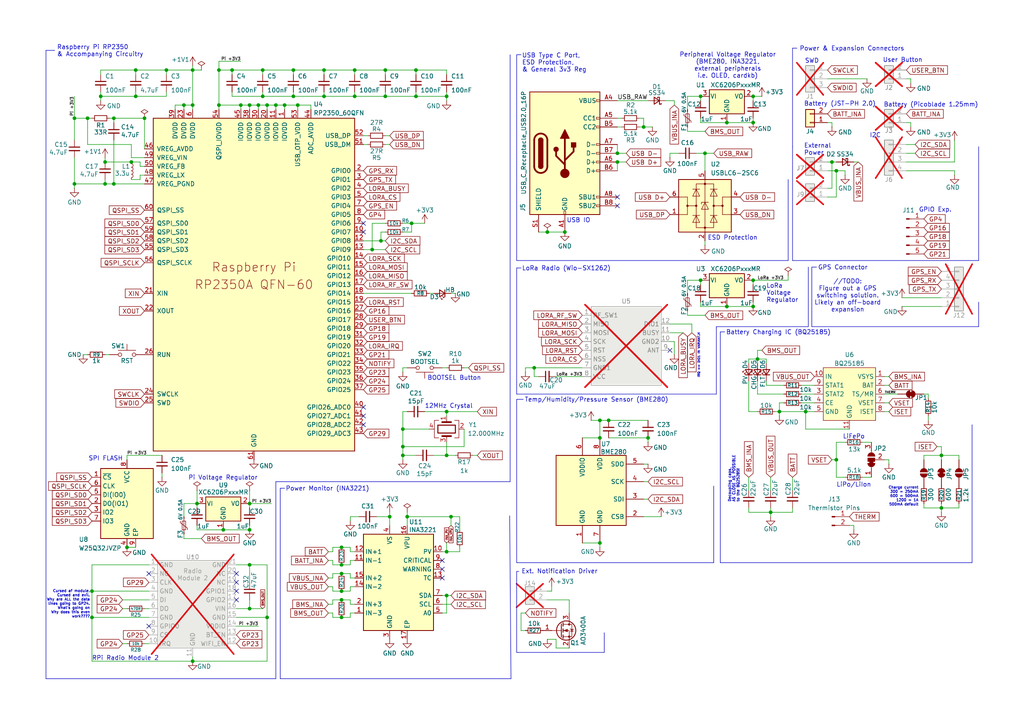
<source format=kicad_sch>
(kicad_sch (version 20250114) (generator "eeschema") (generator_version "9.0")
  (paper "A4")
  (text "Charge current\n300 = 250mA\n600 = 500mA\n1200 = 1A\n500mA default" (at 266.446 144.018 0) (effects (font (size 0.762 0.762)) (justify right)))
  (text "I2C" (at 252.222 39.37 0) (effects (font (size 1.27 1.27)) (justify left)))
  (text "LoRa\nVoltage\nRegulator" (at 222.25 85.09 0) (effects (font (size 1.27 1.27)) (justify left)))
  (text "IRQ == DIO1 IN VARIANT.H" (at 202.692 103.124 90) (effects (font (size 0.635 0.635))))
  (text "12MHz Crystal" (at 123.19 118.618 0) (effects (font (size 1.27 1.27)) (justify left bottom)))
  (text "LiFePo" (at 247.65 126.746 0) (effects (font (size 1.27 1.27))))
  (text "Pi Voltage Regulator" (at 54.61 138.684 0) (effects (font (size 1.27 1.27)) (justify left)))
  (text "SPI FLASH" (at 25.654 133.858 0) (effects (font (size 1.27 1.27)) (justify left bottom)))
  (text "Power Monitor (INA3221)" (at 94.996 141.859 0) (effects (font (size 1.27 1.27))))
  (text "Cursed af module.\nCursed and evil.\nWhy are ALL the data\nlines going to GP24.\nWhat's going on\nWhy does this even\nwork????" (at 26.162 175.26 0) (effects (font (size 0.762 0.762)) (justify right)))
  (text "Battery Charging IC (BQ25185)" (at 210.566 96.52 0) (effects (font (size 1.27 1.27)) (justify left)))
  (text "SWD" (at 233.426 17.78 0) (effects (font (size 1.27 1.27)) (justify left)))
  (text "Battery (JST-PH 2.0)" (at 233.172 30.226 0) (effects (font (size 1.27 1.27)) (justify left)))
  (text "External\nPower" (at 233.172 43.434 0) (effects (font (size 1.27 1.27)) (justify left)))
  (text "LoRa Radio (Wio-SX1262)" (at 151.384 77.978 0) (effects (font (size 1.27 1.27)) (justify left)))
  (text "User Button" (at 256.032 17.526 0) (effects (font (size 1.27 1.27)) (justify left)))
  (text "ESD Protection" (at 205.232 69.088 0) (effects (font (size 1.27 1.27)) (justify left)))
  (text "Power & Expansion Connectors" (at 231.902 14.224 0) (effects (font (size 1.27 1.27)) (justify left)))
  (text "Ext. Notification Driver" (at 162.306 165.862 0) (effects (font (size 1.27 1.27))))
  (text "USB Type C Port,\nESD Protection,\n& General 3v3 Reg" (at 151.384 18.288 0) (effects (font (size 1.27 1.27)) (justify left)))
  (text "Raspberry Pi RP2350\n& Accompanying Circuitry" (at 16.51 14.859 0) (effects (font (size 1.27 1.27)) (justify left)))
  (text "Peripheral Voltage Regulator\n(BME280, INA3221,\nexternal peripherals\ni.e. OLED, cardkb)" (at 211.074 19.05 0) (effects (font (size 1.27 1.27))))
  (text "//TODO:\nFigure out a GPS\nswitching solution.\nLikely an off-board\nexpansion" (at 245.872 85.852 0) (effects (font (size 1.27 1.27))))
  (text "Temp/Humidity/Pressure Sensor (BME280)" (at 152.146 116.078 0) (effects (font (size 1.27 1.27)) (justify left)))
  (text "GPIO Exp." (at 271.272 60.96 0) (effects (font (size 1.27 1.27))))
  (text "USB IO" (at 164.338 64.77 0) (effects (font (size 1.27 1.27)) (justify left bottom)))
  (text "Decoupling caps,\nAS CLOSE AS POSSIBLE\nto the BQ25285!" (at 212.852 145.796 90) (effects (font (size 0.762 0.762)) (justify left)))
  (text "RPi Radio Module 2" (at 26.67 191.008 0) (effects (font (size 1.27 1.27)) (justify left)))
  (text "LiPo/LiIon" (at 247.65 140.716 0) (effects (font (size 1.27 1.27))))
  (text "Battery (Picoblade 1.25mm)" (at 256.286 30.48 0) (effects (font (size 1.27 1.27)) (justify left)))
  (text "GPS Connector" (at 237.236 77.724 0) (effects (font (size 1.27 1.27)) (justify left)))
  (text "BOOTSEL Button" (at 123.952 110.49 0) (effects (font (size 1.27 1.27)) (justify left bottom)))
  (junction (at 118.11 149.86))
  (junction (at 129.54 172.72))
  (junction (at 129.54 132.08))
  (junction (at 111.76 27.94))
  (junction (at 99.06 179.07))
  (junction (at 173.99 127))
  (junction (at 130.81 149.86))
  (junction (at 93.98 27.94))
  (junction (at 38.1 46.99))
  (junction (at 63.5 30.48))
  (junction (at 85.09 20.32))
  (junction (at 55.88 20.32))
  (junction (at 116.84 124.46))
  (junction (at 77.47 30.48))
  (junction (at 116.84 129.54))
  (junction (at 218.44 35.56))
  (junction (at 99.06 173.99))
  (junction (at 203.2 81.28))
  (junction (at 86.36 30.48))
  (junction (at 158.75 67.31))
  (junction (at 21.59 34.29))
  (junction (at 107.95 72.39))
  (junction (at 99.06 171.45))
  (junction (at 74.93 30.48))
  (junction (at 25.4 34.29))
  (junction (at 72.39 176.53))
  (junction (at 76.2 27.94))
  (junction (at 176.53 121.92))
  (junction (at 111.76 20.32))
  (junction (at 57.15 146.05))
  (junction (at 173.99 121.92))
  (junction (at 29.21 27.94))
  (junction (at 33.02 53.34))
  (junction (at 67.31 20.32))
  (junction (at 120.65 27.94))
  (junction (at 113.03 149.86))
  (junction (at 36.83 158.75))
  (junction (at 210.82 88.9))
  (junction (at 64.77 153.67))
  (junction (at 72.39 30.48))
  (junction (at 218.44 88.9))
  (junction (at 223.52 148.59))
  (junction (at 129.54 27.94))
  (junction (at 99.06 166.37))
  (junction (at 26.67 179.07))
  (junction (at 26.67 171.45))
  (junction (at 82.55 30.48))
  (junction (at 93.98 20.32))
  (junction (at 119.38 64.77))
  (junction (at 273.05 132.08))
  (junction (at 53.34 30.48))
  (junction (at 102.87 27.94))
  (junction (at 77.47 179.07))
  (junction (at 173.99 157.48))
  (junction (at 72.39 153.67))
  (junction (at 120.65 20.32))
  (junction (at 179.07 46.99))
  (junction (at 218.44 81.28))
  (junction (at 99.06 158.75))
  (junction (at 39.37 20.32))
  (junction (at 80.01 30.48))
  (junction (at 242.57 133.35))
  (junction (at 33.02 34.29))
  (junction (at 63.5 20.32))
  (junction (at 55.88 30.48))
  (junction (at 102.87 20.32))
  (junction (at 210.82 35.56))
  (junction (at 186.69 36.83))
  (junction (at 116.84 132.08))
  (junction (at 163.83 67.31))
  (junction (at 204.47 44.45))
  (junction (at 129.54 160.02))
  (junction (at 129.54 119.38))
  (junction (at 48.26 20.32))
  (junction (at 203.2 27.94))
  (junction (at 85.09 27.94))
  (junction (at 233.68 119.38))
  (junction (at 30.48 46.99))
  (junction (at 21.59 53.34))
  (junction (at 72.39 146.05))
  (junction (at 110.49 69.85))
  (junction (at 69.85 30.48))
  (junction (at 179.07 44.45))
  (junction (at 242.57 49.53))
  (junction (at 30.48 53.34))
  (junction (at 218.44 27.94))
  (junction (at 99.06 163.83))
  (junction (at 241.3 46.99))
  (junction (at 154.94 106.68))
  (junction (at 55.88 191.77))
  (junction (at 41.91 34.29))
  (junction (at 226.06 119.38))
  (junction (at 273.05 147.32))
  (junction (at 39.37 27.94))
  (junction (at 72.39 163.83))
  (junction (at 76.2 20.32))
  (junction (at 187.96 127))
  (junction (at 219.71 104.14))
  (no_connect (at 105.41 123.19))
  (no_connect (at 105.41 64.77))
  (no_connect (at 105.41 118.11))
  (no_connect (at 68.58 166.37))
  (no_connect (at 68.58 173.99))
  (no_connect (at 68.58 168.91))
  (no_connect (at 43.18 181.61))
  (no_connect (at 128.27 162.56))
  (no_connect (at 105.41 67.31))
  (no_connect (at 105.41 120.65))
  (no_connect (at 179.07 59.69))
  (no_connect (at 128.27 167.64))
  (no_connect (at 194.31 101.6))
  (no_connect (at 43.18 166.37))
  (no_connect (at 179.07 57.15))
  (no_connect (at 68.58 171.45))
  (no_connect (at 128.27 165.1))
  (wire (pts (xy 203.2 88.9) (xy 210.82 88.9)))
  (wire (pts (xy 99.06 171.45) (xy 101.6 171.45)))
  (wire (pts (xy 31.75 34.29) (xy 33.02 34.29)))
  (wire (pts (xy 101.6 173.99) (xy 101.6 175.26)))
  (wire (pts (xy 76.2 27.94) (xy 67.31 27.94)))
  (wire (pts (xy 200.66 96.52) (xy 200.66 93.98)))
  (wire (pts (xy 278.13 132.08) (xy 273.05 132.08)))
  (wire (pts (xy 233.68 124.46) (xy 233.68 119.38)))
  (wire (pts (xy 273.05 132.08) (xy 273.05 129.54)))
  (wire (pts (xy 111.76 20.32) (xy 111.76 21.59)))
  (wire (pts (xy 101.6 167.64) (xy 102.87 167.64)))
  (wire (pts (xy 63.5 31.75) (xy 63.5 30.48)))
  (wire (pts (xy 101.6 163.83) (xy 101.6 162.56)))
  (wire (pts (xy 101.6 171.45) (xy 101.6 170.18)))
  (wire (pts (xy 101.6 179.07) (xy 101.6 177.8)))
  (wire (pts (xy 85.09 27.94) (xy 76.2 27.94)))
  (wire (pts (xy 217.17 148.59) (xy 217.17 147.32)))
  (wire (pts (xy 219.71 114.3) (xy 227.33 114.3)))
  (wire (pts (xy 151.13 177.8) (xy 152.4 177.8)))
  (wire (pts (xy 48.26 27.94) (xy 48.26 26.67)))
  (wire (pts (xy 21.59 34.29) (xy 25.4 34.29)))
  (wire (pts (xy 223.52 148.59) (xy 223.52 149.86)))
  (wire (pts (xy 55.88 191.77) (xy 55.88 190.5)))
  (wire (pts (xy 72.39 30.48) (xy 69.85 30.48)))
  (wire (pts (xy 53.34 30.48) (xy 55.88 30.48)))
  (wire (pts (xy 222.25 111.76) (xy 222.25 110.49)))
  (wire (pts (xy 82.55 30.48) (xy 86.36 30.48)))
  (wire (pts (xy 133.35 149.86) (xy 133.35 153.67)))
  (wire (pts (xy 250.19 138.43) (xy 252.73 138.43)))
  (wire (pts (xy 96.52 163.83) (xy 99.06 163.83)))
  (wire (pts (xy 130.81 152.4) (xy 130.81 149.86)))
  (polyline (pts (xy 149.86 115.824) (xy 151.765 115.824)))
  (wire (pts (xy 278.13 146.05) (xy 278.13 147.32)))
  (wire (pts (xy 96.52 175.26) (xy 96.52 173.99)))
  (wire (pts (xy 96.52 177.8) (xy 96.52 179.07)))
  (wire (pts (xy 171.45 121.92) (xy 173.99 121.92)))
  (wire (pts (xy 76.2 20.32) (xy 85.09 20.32)))
  (wire (pts (xy 223.52 138.43) (xy 223.52 142.24)))
  (wire (pts (xy 64.77 153.67) (xy 72.39 153.67)))
  (wire (pts (xy 107.95 72.39) (xy 111.76 72.39)))
  (wire (pts (xy 105.41 72.39) (xy 107.95 72.39)))
  (wire (pts (xy 158.75 67.31) (xy 163.83 67.31)))
  (polyline (pts (xy 81.28 141.605) (xy 81.28 196.85)))
  (wire (pts (xy 38.1 46.99) (xy 40.64 46.99)))
  (wire (pts (xy 90.17 31.75) (xy 90.17 30.48)))
  (wire (pts (xy 256.54 119.38) (xy 257.81 119.38)))
  (wire (pts (xy 154.94 109.22) (xy 156.21 109.22)))
  (wire (pts (xy 40.64 50.8) (xy 41.91 50.8)))
  (wire (pts (xy 186.69 144.78) (xy 187.96 144.78)))
  (wire (pts (xy 55.88 20.32) (xy 58.42 20.32)))
  (wire (pts (xy 80.01 30.48) (xy 80.01 31.75)))
  (wire (pts (xy 218.44 35.56) (xy 218.44 34.29)))
  (wire (pts (xy 101.6 149.86) (xy 104.14 149.86)))
  (wire (pts (xy 55.88 19.05) (xy 55.88 20.32)))
  (wire (pts (xy 116.84 129.54) (xy 116.84 132.08)))
  (polyline (pts (xy 229.87 13.97) (xy 229.87 42.545)))
  (polyline (pts (xy 207.772 95.25) (xy 207.772 114.3)))
  (wire (pts (xy 242.57 49.53) (xy 245.11 49.53)))
  (wire (pts (xy 30.48 46.99) (xy 38.1 46.99)))
  (wire (pts (xy 186.69 34.29) (xy 185.42 34.29)))
  (wire (pts (xy 247.65 46.99) (xy 248.92 46.99)))
  (wire (pts (xy 186.69 36.83) (xy 189.23 36.83)))
  (wire (pts (xy 76.2 26.67) (xy 76.2 27.94)))
  (polyline (pts (xy 147.828 149.606) (xy 148.209 196.85)))
  (wire (pts (xy 77.47 30.48) (xy 80.01 30.48)))
  (wire (pts (xy 160.02 170.18) (xy 160.02 171.45)))
  (wire (pts (xy 21.59 40.64) (xy 21.59 34.29)))
  (wire (pts (xy 68.58 181.61) (xy 74.93 181.61)))
  (polyline (pts (xy 82.55 141.605) (xy 81.28 141.605)))
  (wire (pts (xy 29.21 27.94) (xy 39.37 27.94)))
  (wire (pts (xy 179.07 36.83) (xy 180.34 36.83)))
  (wire (pts (xy 77.47 191.77) (xy 55.88 191.77)))
  (wire (pts (xy 26.67 163.83) (xy 43.18 163.83)))
  (wire (pts (xy 161.29 187.96) (xy 161.29 185.42)))
  (wire (pts (xy 99.06 158.75) (xy 101.6 158.75)))
  (wire (pts (xy 218.44 81.28) (xy 228.6 81.28)))
  (wire (pts (xy 110.49 69.85) (xy 111.76 69.85)))
  (wire (pts (xy 194.31 45.72) (xy 194.31 44.45)))
  (wire (pts (xy 219.71 114.3) (xy 219.71 110.49)))
  (wire (pts (xy 256.54 116.84) (xy 257.81 116.84)))
  (wire (pts (xy 95.25 175.26) (xy 96.52 175.26)))
  (wire (pts (xy 129.54 26.67) (xy 129.54 27.94)))
  (wire (pts (xy 39.37 20.32) (xy 39.37 21.59)))
  (wire (pts (xy 99.06 179.07) (xy 101.6 179.07)))
  (wire (pts (xy 241.3 133.35) (xy 242.57 133.35)))
  (wire (pts (xy 25.4 34.29) (xy 26.67 34.29)))
  (wire (pts (xy 187.96 134.62) (xy 186.69 134.62)))
  (wire (pts (xy 168.91 157.48) (xy 173.99 157.48)))
  (polyline (pts (xy 234.442 77.47) (xy 234.442 94.742)))
  (wire (pts (xy 39.37 27.94) (xy 48.26 27.94)))
  (wire (pts (xy 120.65 26.67) (xy 120.65 27.94)))
  (polyline (pts (xy 208.915 96.266) (xy 208.915 163.195)))
  (wire (pts (xy 278.13 133.35) (xy 278.13 132.08)))
  (wire (pts (xy 101.6 170.18) (xy 102.87 170.18)))
  (wire (pts (xy 93.98 20.32) (xy 93.98 21.59)))
  (wire (pts (xy 156.21 67.31) (xy 158.75 67.31)))
  (polyline (pts (xy 80.01 196.85) (xy 80.01 139.7)))
  (wire (pts (xy 118.11 149.86) (xy 118.11 152.4)))
  (wire (pts (xy 63.5 20.32) (xy 63.5 30.48)))
  (wire (pts (xy 217.17 105.41) (xy 217.17 104.14)))
  (polyline (pts (xy 149.86 189.23) (xy 175.26 189.23)))
  (wire (pts (xy 256.54 111.76) (xy 257.81 111.76)))
  (wire (pts (xy 218.44 81.28) (xy 218.44 82.55)))
  (wire (pts (xy 63.5 20.32) (xy 67.31 20.32)))
  (wire (pts (xy 106.68 41.91) (xy 105.41 41.91)))
  (wire (pts (xy 210.82 35.56) (xy 218.44 35.56)))
  (wire (pts (xy 133.35 158.75) (xy 133.35 160.02)))
  (wire (pts (xy 33.02 53.34) (xy 41.91 53.34)))
  (polyline (pts (xy 149.86 165.735) (xy 149.86 189.23)))
  (polyline (pts (xy 208.915 96.266) (xy 210.185 96.266)))
  (wire (pts (xy 116.84 119.38) (xy 118.11 119.38)))
  (wire (pts (xy 96.52 162.56) (xy 96.52 163.83)))
  (wire (pts (xy 224.79 119.38) (xy 226.06 119.38)))
  (wire (pts (xy 179.07 34.29) (xy 180.34 34.29)))
  (wire (pts (xy 57.15 146.05) (xy 57.15 147.32)))
  (wire (pts (xy 264.16 22.86) (xy 262.89 22.86)))
  (wire (pts (xy 57.15 153.67) (xy 64.77 153.67)))
  (wire (pts (xy 99.06 166.37) (xy 101.6 166.37)))
  (wire (pts (xy 36.83 158.75) (xy 39.37 158.75)))
  (wire (pts (xy 129.54 119.38) (xy 138.43 119.38)))
  (wire (pts (xy 30.48 52.07) (xy 30.48 53.34)))
  (wire (pts (xy 105.41 69.85) (xy 110.49 69.85)))
  (wire (pts (xy 129.54 119.38) (xy 129.54 120.65)))
  (wire (pts (xy 128.27 106.68) (xy 129.54 106.68)))
  (wire (pts (xy 55.88 20.32) (xy 55.88 30.48)))
  (wire (pts (xy 256.54 114.3) (xy 260.35 114.3)))
  (wire (pts (xy 186.69 149.86) (xy 191.77 149.86)))
  (wire (pts (xy 242.57 133.35) (xy 242.57 128.27)))
  (wire (pts (xy 256.54 109.22) (xy 257.81 109.22)))
  (polyline (pts (xy 147.955 15.875) (xy 147.955 139.7)))
  (wire (pts (xy 72.39 153.67) (xy 72.39 152.4)))
  (wire (pts (xy 129.54 157.48) (xy 129.54 160.02)))
  (wire (pts (xy 69.85 17.78) (xy 63.5 17.78)))
  (wire (pts (xy 222.25 111.76) (xy 227.33 111.76)))
  (wire (pts (xy 201.93 44.45) (xy 204.47 44.45)))
  (wire (pts (xy 176.53 121.92) (xy 187.96 121.92)))
  (wire (pts (xy 50.8 31.75) (xy 50.8 30.48)))
  (polyline (pts (xy 229.87 42.545) (xy 229.87 75.565)))
  (wire (pts (xy 116.84 67.31) (xy 119.38 67.31)))
  (wire (pts (xy 203.2 34.29) (xy 203.2 35.56)))
  (wire (pts (xy 240.03 49.53) (xy 242.57 49.53)))
  (polyline (pts (xy 207.772 95.25) (xy 207.772 94.742)))
  (wire (pts (xy 165.1 173.99) (xy 158.75 173.99)))
  (wire (pts (xy 264.16 35.56) (xy 262.89 35.56)))
  (wire (pts (xy 86.36 30.48) (xy 90.17 30.48)))
  (wire (pts (xy 179.07 46.99) (xy 179.07 49.53)))
  (polyline (pts (xy 149.86 77.724) (xy 149.86 114.3)))
  (wire (pts (xy 26.67 191.77) (xy 55.88 191.77)))
  (wire (pts (xy 261.62 86.36) (xy 273.05 86.36)))
  (wire (pts (xy 219.71 104.14) (xy 222.25 104.14)))
  (wire (pts (xy 85.09 26.67) (xy 85.09 27.94)))
  (polyline (pts (xy 150.495 165.735) (xy 149.86 165.735)))
  (wire (pts (xy 194.31 44.45) (xy 196.85 44.45)))
  (wire (pts (xy 33.02 40.64) (xy 33.02 53.34)))
  (wire (pts (xy 129.54 177.8) (xy 129.54 172.72)))
  (wire (pts (xy 138.43 132.08) (xy 137.16 132.08)))
  (wire (pts (xy 242.57 138.43) (xy 242.57 133.35)))
  (wire (pts (xy 101.6 158.75) (xy 101.6 160.02)))
  (wire (pts (xy 229.87 147.32) (xy 229.87 148.59)))
  (wire (pts (xy 68.58 176.53) (xy 72.39 176.53)))
  (wire (pts (xy 219.71 104.14) (xy 219.71 105.41)))
  (wire (pts (xy 36.83 132.08) (xy 36.83 133.35)))
  (wire (pts (xy 128.27 177.8) (xy 129.54 177.8)))
  (polyline (pts (xy 208.915 163.195) (xy 281.94 163.195)))
  (wire (pts (xy 203.2 27.94) (xy 203.2 29.21)))
  (wire (pts (xy 199.39 27.94) (xy 203.2 27.94)))
  (wire (pts (xy 80.01 30.48) (xy 82.55 30.48)))
  (polyline (pts (xy 228.6 52.07) (xy 228.6 75.565)))
  (wire (pts (xy 101.6 160.02) (xy 102.87 160.02)))
  (wire (pts (xy 240.03 57.15) (xy 242.57 57.15)))
  (wire (pts (xy 219.71 101.6) (xy 219.71 104.14)))
  (polyline (pts (xy 236.855 77.47) (xy 235.458 77.47)))
  (polyline (pts (xy 235.458 77.47) (xy 235.458 94.742)))
  (wire (pts (xy 29.21 20.32) (xy 39.37 20.32)))
  (wire (pts (xy 129.54 27.94) (xy 120.65 27.94)))
  (wire (pts (xy 264.16 36.83) (xy 264.16 35.56)))
  (wire (pts (xy 242.57 128.27) (xy 245.11 128.27)))
  (wire (pts (xy 46.99 132.08) (xy 36.83 132.08)))
  (polyline (pts (xy 175.26 183.515) (xy 175.26 189.23)))
  (wire (pts (xy 67.31 20.32) (xy 76.2 20.32)))
  (wire (pts (xy 218.44 27.94) (xy 218.44 29.21)))
  (wire (pts (xy 21.59 27.94) (xy 21.59 34.29)))
  (wire (pts (xy 241.3 46.99) (xy 242.57 46.99)))
  (wire (pts (xy 96.52 167.64) (xy 96.52 166.37)))
  (wire (pts (xy 229.87 142.24) (xy 229.87 138.43)))
  (wire (pts (xy 228.6 81.28) (xy 228.6 80.01)))
  (polyline (pts (xy 207.01 140.97) (xy 207.01 163.195)))
  (wire (pts (xy 106.68 39.37) (xy 105.41 39.37)))
  (wire (pts (xy 241.3 54.61) (xy 241.3 46.99)))
  (wire (pts (xy 93.98 26.67) (xy 93.98 27.94)))
  (wire (pts (xy 111.76 27.94) (xy 102.87 27.94)))
  (wire (pts (xy 267.97 147.32) (xy 273.05 147.32)))
  (wire (pts (xy 134.62 129.54) (xy 116.84 129.54)))
  (wire (pts (xy 134.62 106.68) (xy 135.89 106.68)))
  (wire (pts (xy 240.03 22.86) (xy 251.46 22.86)))
  (wire (pts (xy 257.81 133.35) (xy 256.54 133.35)))
  (wire (pts (xy 72.39 176.53) (xy 72.39 173.99)))
  (wire (pts (xy 95.25 170.18) (xy 96.52 170.18)))
  (wire (pts (xy 67.31 26.67) (xy 67.31 27.94)))
  (wire (pts (xy 85.09 20.32) (xy 85.09 21.59)))
  (wire (pts (xy 227.33 116.84) (xy 226.06 116.84)))
  (wire (pts (xy 111.76 20.32) (xy 120.65 20.32)))
  (wire (pts (xy 33.02 34.29) (xy 41.91 34.29)))
  (polyline (pts (xy 283.845 87.63) (xy 283.845 94.742)))
  (wire (pts (xy 276.86 40.64) (xy 276.86 46.99)))
  (wire (pts (xy 233.68 119.38) (xy 236.22 119.38)))
  (wire (pts (xy 113.03 41.91) (xy 111.76 41.91)))
  (wire (pts (xy 102.87 20.32) (xy 102.87 21.59)))
  (wire (pts (xy 273.05 147.32) (xy 273.05 148.59)))
  (wire (pts (xy 161.29 185.42) (xy 158.75 185.42)))
  (wire (pts (xy 102.87 27.94) (xy 93.98 27.94)))
  (wire (pts (xy 173.99 121.92) (xy 173.99 127)))
  (wire (pts (xy 154.94 106.68) (xy 154.94 109.22)))
  (wire (pts (xy 41.91 176.53) (xy 43.18 176.53)))
  (wire (pts (xy 257.81 134.62) (xy 257.81 133.35)))
  (wire (pts (xy 21.59 53.34) (xy 21.59 54.61)))
  (wire (pts (xy 199.39 81.28) (xy 203.2 81.28)))
  (wire (pts (xy 68.58 163.83) (xy 72.39 163.83)))
  (wire (pts (xy 50.8 30.48) (xy 53.34 30.48)))
  (wire (pts (xy 40.64 48.26) (xy 41.91 48.26)))
  (wire (pts (xy 129.54 160.02) (xy 133.35 160.02)))
  (wire (pts (xy 116.84 124.46) (xy 124.46 124.46)))
  (wire (pts (xy 223.52 147.32) (xy 223.52 148.59)))
  (wire (pts (xy 273.05 146.05) (xy 273.05 147.32)))
  (wire (pts (xy 160.02 171.45) (xy 158.75 171.45)))
  (wire (pts (xy 96.52 171.45) (xy 99.06 171.45)))
  (wire (pts (xy 217.17 148.59) (xy 223.52 148.59)))
  (wire (pts (xy 116.84 133.35) (xy 116.84 132.08)))
  (wire (pts (xy 74.93 31.75) (xy 74.93 30.48)))
  (wire (pts (xy 276.86 50.8) (xy 276.86 49.53)))
  (wire (pts (xy 120.65 27.94) (xy 111.76 27.94)))
  (wire (pts (xy 35.56 173.99) (xy 43.18 173.99)))
  (wire (pts (xy 29.21 21.59) (xy 29.21 20.32)))
  (wire (pts (xy 113.03 39.37) (xy 111.76 39.37)))
  (wire (pts (xy 226.06 119.38) (xy 233.68 119.38)))
  (wire (pts (xy 53.34 30.48) (xy 53.34 31.75)))
  (wire (pts (xy 53.34 154.94) (xy 53.34 156.21)))
  (wire (pts (xy 232.41 114.3) (xy 236.22 114.3)))
  (wire (pts (xy 63.5 17.78) (xy 63.5 20.32)))
  (wire (pts (xy 72.39 142.24) (xy 72.39 146.05)))
  (wire (pts (xy 165.1 173.99) (xy 165.1 177.8)))
  (wire (pts (xy 102.87 20.32) (xy 111.76 20.32)))
  (wire (pts (xy 218.44 88.9) (xy 218.44 87.63)))
  (wire (pts (xy 129.54 27.94) (xy 129.54 29.21)))
  (wire (pts (xy 101.6 151.13) (xy 101.6 149.86)))
  (wire (pts (xy 96.52 166.37) (xy 99.06 166.37)))
  (wire (pts (xy 26.67 171.45) (xy 43.18 171.45)))
  (wire (pts (xy 38.1 41.91) (xy 38.1 45.72)))
  (wire (pts (xy 154.94 106.68) (xy 168.91 106.68)))
  (wire (pts (xy 199.39 91.44) (xy 204.47 91.44)))
  (wire (pts (xy 95.25 160.02) (xy 96.52 160.02)))
  (polyline (pts (xy 149.86 114.3) (xy 207.772 114.3)))
  (wire (pts (xy 26.67 191.77) (xy 26.67 179.07)))
  (wire (pts (xy 53.34 146.05) (xy 53.34 149.86)))
  (wire (pts (xy 199.39 36.83) (xy 199.39 38.1)))
  (wire (pts (xy 267.97 132.08) (xy 273.05 132.08)))
  (wire (pts (xy 161.29 187.96) (xy 165.1 187.96)))
  (wire (pts (xy 72.39 30.48) (xy 74.93 30.48)))
  (wire (pts (xy 129.54 20.32) (xy 129.54 21.59)))
  (wire (pts (xy 267.97 114.3) (xy 269.24 114.3)))
  (wire (pts (xy 72.39 163.83) (xy 72.39 168.91)))
  (polyline (pts (xy 13.335 14.605) (xy 13.335 196.85)))
  (wire (pts (xy 168.91 127) (xy 173.99 127)))
  (wire (pts (xy 262.89 41.91) (xy 265.43 41.91)))
  (wire (pts (xy 187.96 128.27) (xy 187.96 127)))
  (wire (pts (xy 105.41 85.09) (xy 119.38 85.09)))
  (polyline (pts (xy 15.875 14.605) (xy 13.335 14.605)))
  (wire (pts (xy 95.25 162.56) (xy 96.52 162.56)))
  (wire (pts (xy 111.76 67.31) (xy 110.49 67.31)))
  (wire (pts (xy 99.06 163.83) (xy 101.6 163.83)))
  (wire (pts (xy 203.2 87.63) (xy 203.2 88.9)))
  (wire (pts (xy 123.19 119.38) (xy 129.54 119.38)))
  (wire (pts (xy 101.6 175.26) (xy 102.87 175.26)))
  (wire (pts (xy 30.48 53.34) (xy 33.02 53.34)))
  (wire (pts (xy 116.84 124.46) (xy 116.84 129.54)))
  (wire (pts (xy 26.67 171.45) (xy 26.67 163.83)))
  (wire (pts (xy 76.2 176.53) (xy 72.39 176.53)))
  (wire (pts (xy 72.39 146.05) (xy 78.74 146.05)))
  (polyline (pts (xy 151.13 77.724) (xy 149.86 77.724)))
  (wire (pts (xy 261.62 88.9) (xy 273.05 88.9)))
  (wire (pts (xy 93.98 20.32) (xy 102.87 20.32)))
  (wire (pts (xy 96.52 170.18) (xy 96.52 171.45)))
  (wire (pts (xy 267.97 146.05) (xy 267.97 147.32)))
  (wire (pts (xy 151.13 182.88) (xy 152.4 182.88)))
  (wire (pts (xy 129.54 128.27) (xy 129.54 132.08)))
  (wire (pts (xy 262.89 46.99) (xy 276.86 46.99)))
  (wire (pts (xy 40.64 52.07) (xy 40.64 50.8)))
  (wire (pts (xy 113.03 148.59) (xy 113.03 149.86)))
  (wire (pts (xy 278.13 147.32) (xy 273.05 147.32)))
  (wire (pts (xy 29.21 27.94) (xy 29.21 29.21)))
  (wire (pts (xy 95.25 177.8) (xy 96.52 177.8)))
  (wire (pts (xy 226.06 119.38) (xy 226.06 120.65)))
  (polyline (pts (xy 149.86 115.824) (xy 149.86 163.195)))
  (wire (pts (xy 120.65 20.32) (xy 129.54 20.32)))
  (wire (pts (xy 179.07 44.45) (xy 179.07 41.91)))
  (wire (pts (xy 226.06 116.84) (xy 226.06 119.38)))
  (wire (pts (xy 247.65 152.4) (xy 246.38 152.4)))
  (polyline (pts (xy 207.772 94.742) (xy 234.442 94.742)))
  (wire (pts (xy 199.39 81.28) (xy 199.39 85.09)))
  (polyline (pts (xy 149.86 15.875) (xy 149.86 75.565)))
  (wire (pts (xy 116.84 124.46) (xy 116.84 119.38)))
  (wire (pts (xy 110.49 67.31) (xy 110.49 69.85)))
  (wire (pts (xy 262.89 44.45) (xy 265.43 44.45)))
  (wire (pts (xy 232.41 111.76) (xy 236.22 111.76)))
  (wire (pts (xy 26.67 179.07) (xy 43.18 179.07)))
  (wire (pts (xy 210.82 88.9) (xy 218.44 88.9)))
  (wire (pts (xy 130.81 149.86) (xy 133.35 149.86)))
  (wire (pts (xy 195.58 30.48) (xy 195.58 29.21)))
  (wire (pts (xy 223.52 148.59) (xy 229.87 148.59)))
  (wire (pts (xy 77.47 163.83) (xy 77.47 179.07)))
  (wire (pts (xy 29.21 26.67) (xy 29.21 27.94)))
  (wire (pts (xy 129.54 172.72) (xy 128.27 172.72)))
  (wire (pts (xy 102.87 26.67) (xy 102.87 27.94)))
  (wire (pts (xy 195.58 29.21) (xy 193.04 29.21)))
  (wire (pts (xy 116.84 107.95) (xy 116.84 106.68)))
  (wire (pts (xy 130.81 175.26) (xy 128.27 175.26)))
  (wire (pts (xy 72.39 163.83) (xy 77.47 163.83)))
  (wire (pts (xy 125.73 132.08) (xy 129.54 132.08)))
  (wire (pts (xy 217.17 119.38) (xy 219.71 119.38)))
  (wire (pts (xy 161.29 109.22) (xy 168.91 109.22)))
  (wire (pts (xy 57.15 152.4) (xy 57.15 153.67)))
  (wire (pts (xy 96.52 179.07) (xy 99.06 179.07)))
  (wire (pts (xy 101.6 166.37) (xy 101.6 167.64)))
  (wire (pts (xy 195.58 99.06) (xy 194.31 99.06)))
  (wire (pts (xy 39.37 26.67) (xy 39.37 27.94)))
  (wire (pts (xy 96.52 160.02) (xy 96.52 158.75)))
  (polyline (pts (xy 235.458 94.742) (xy 283.845 94.742)))
  (wire (pts (xy 48.26 20.32) (xy 39.37 20.32)))
  (wire (pts (xy 187.96 139.7) (xy 186.69 139.7)))
  (wire (pts (xy 222.25 104.14) (xy 222.25 105.41)))
  (wire (pts (xy 245.11 49.53) (xy 245.11 50.8)))
  (polyline (pts (xy 149.86 75.565) (xy 228.6 75.565)))
  (wire (pts (xy 53.34 146.05) (xy 57.15 146.05)))
  (wire (pts (xy 269.24 114.3) (xy 269.24 115.57)))
  (wire (pts (xy 38.1 45.72) (xy 41.91 45.72)))
  (wire (pts (xy 199.39 90.17) (xy 199.39 91.44)))
  (wire (pts (xy 200.66 93.98) (xy 194.31 93.98)))
  (wire (pts (xy 25.4 41.91) (xy 38.1 41.91)))
  (wire (pts (xy 77.47 30.48) (xy 77.47 31.75)))
  (wire (pts (xy 111.76 64.77) (xy 107.95 64.77)))
  (wire (pts (xy 57.15 142.24) (xy 57.15 146.05)))
  (wire (pts (xy 67.31 20.32) (xy 67.31 21.59)))
  (wire (pts (xy 179.07 29.21) (xy 187.96 29.21)))
  (wire (pts (xy 125.73 85.09) (xy 124.46 85.09)))
  (wire (pts (xy 269.24 120.65) (xy 269.24 121.92)))
  (polyline (pts (xy 229.87 75.565) (xy 283.845 75.565)))
  (wire (pts (xy 198.12 96.52) (xy 194.31 96.52)))
  (wire (pts (xy 267.97 133.35) (xy 267.97 132.08)))
  (wire (pts (xy 186.69 36.83) (xy 185.42 36.83)))
  (wire (pts (xy 176.53 127) (xy 187.96 127)))
  (wire (pts (xy 109.22 149.86) (xy 113.03 149.86)))
  (wire (pts (xy 152.4 107.95) (xy 152.4 106.68)))
  (wire (pts (xy 203.2 35.56) (xy 210.82 35.56)))
  (wire (pts (xy 273.05 129.54) (xy 271.78 129.54)))
  (wire (pts (xy 241.3 35.56) (xy 240.03 35.56)))
  (wire (pts (xy 55.88 31.75) (xy 55.88 30.48)))
  (wire (pts (xy 38.1 52.07) (xy 40.64 52.07)))
  (wire (pts (xy 217.17 104.14) (xy 219.71 104.14)))
  (wire (pts (xy 264.16 24.13) (xy 264.16 22.86)))
  (wire (pts (xy 134.62 124.46) (xy 134.62 129.54)))
  (wire (pts (xy 129.54 132.08) (xy 132.08 132.08)))
  (wire (pts (xy 82.55 30.48) (xy 82.55 31.75)))
  (polyline (pts (xy 13.335 196.85) (xy 80.01 196.85)))
  (wire (pts (xy 204.47 44.45) (xy 207.01 44.45)))
  (wire (pts (xy 74.93 30.48) (xy 77.47 30.48)))
  (wire (pts (xy 72.39 30.48) (xy 72.39 31.75)))
  (polyline (pts (xy 151.13 15.875) (xy 149.86 15.875)))
  (wire (pts (xy 25.4 102.87) (xy 24.13 102.87)))
  (wire (pts (xy 173.99 157.48) (xy 173.99 158.75)))
  (wire (pts (xy 35.56 176.53) (xy 36.83 176.53)))
  (wire (pts (xy 250.19 128.27) (xy 252.73 128.27)))
  (wire (pts (xy 195.58 102.87) (xy 195.58 99.06)))
  (wire (pts (xy 48.26 21.59) (xy 48.26 20.32)))
  (polyline (pts (xy 231.14 13.97) (xy 229.87 13.97)))
  (wire (pts (xy 218.44 27.94) (xy 220.98 27.94)))
  (wire (pts (xy 26.67 179.07) (xy 26.67 171.45)))
  (wire (pts (xy 30.48 45.72) (xy 30.48 46.99)))
  (polyline (pts (xy 149.86 163.195) (xy 207.01 163.195)))
  (wire (pts (xy 76.2 21.59) (xy 76.2 20.32)))
  (wire (pts (xy 21.59 53.34) (xy 30.48 53.34)))
  (wire (pts (xy 203.2 81.28) (xy 203.2 82.55)))
  (wire (pts (xy 41.91 186.69) (xy 43.18 186.69)))
  (wire (pts (xy 204.47 69.85) (xy 204.47 71.12)))
  (wire (pts (xy 128.27 160.02) (xy 129.54 160.02)))
  (wire (pts (xy 85.09 20.32) (xy 93.98 20.32)))
  (wire (pts (xy 53.34 156.21) (xy 58.42 156.21)))
  (polyline (pts (xy 80.01 139.7) (xy 147.955 139.7)))
  (wire (pts (xy 93.98 27.94) (xy 85.09 27.94)))
  (wire (pts (xy 77.47 179.07) (xy 77.47 191.77)))
  (wire (pts (xy 21.59 45.72) (xy 21.59 53.34)))
  (wire (pts (xy 119.38 64.77) (xy 123.19 64.77)))
  (wire (pts (xy 116.84 64.77) (xy 119.38 64.77)))
  (wire (pts (xy 199.39 38.1) (xy 204.47 38.1)))
  (wire (pts (xy 41.91 43.18) (xy 41.91 34.29)))
  (wire (pts (xy 111.76 26.67) (xy 111.76 27.94)))
  (wire (pts (xy 132.08 85.09) (xy 130.81 85.09)))
  (wire (pts (xy 186.69 34.29) (xy 186.69 36.83)))
  (wire (pts (xy 181.61 44.45) (xy 179.07 44.45)))
  (wire (pts (xy 130.81 172.72) (xy 129.54 172.72)))
  (wire (pts (xy 118.11 149.86) (xy 130.81 149.86)))
  (wire (pts (xy 46.99 137.16) (xy 46.99 138.43)))
  (wire (pts (xy 96.52 158.75) (xy 99.06 158.75)))
  (wire (pts (xy 25.4 34.29) (xy 25.4 41.91)))
  (wire (pts (xy 273.05 133.35) (xy 273.05 132.08)))
  (wire (pts (xy 118.11 149.86) (xy 118.11 148.59)))
  (wire (pts (xy 241.3 36.83) (xy 241.3 35.56)))
  (wire (pts (xy 240.03 46.99) (xy 241.3 46.99)))
  (polyline (pts (xy 81.28 196.85) (xy 148.209 196.85)))
  (wire (pts (xy 33.02 34.29) (xy 33.02 35.56)))
  (wire (pts (xy 113.03 149.86) (xy 113.03 152.4)))
  (wire (pts (xy 119.38 67.31) (xy 119.38 64.77)))
  (wire (pts (xy 72.39 146.05) (xy 72.39 147.32)))
  (wire (pts (xy 68.58 179.07) (xy 77.47 179.07)))
  (wire (pts (xy 101.6 162.56) (xy 102.87 162.56)))
  (wire (pts (xy 55.88 20.32) (xy 48.26 20.32)))
  (wire (pts (xy 262.89 49.53) (xy 276.86 49.53)))
  (wire (pts (xy 152.4 106.68) (xy 154.94 106.68)))
  (wire (pts (xy 247.65 153.67) (xy 247.65 152.4)))
  (wire (pts (xy 173.99 121.92) (xy 176.53 121.92)))
  (wire (pts (xy 217.17 142.24) (xy 217.17 138.43)))
  (polyline (pts (xy 283.845 75.565) (xy 283.845 42.545)))
  (wire (pts (xy 96.52 173.99) (xy 99.06 173.99)))
  (wire (pts (xy 245.11 138.43) (xy 242.57 138.43)))
  (wire (pts (xy 120.65 20.32) (xy 120.65 21.59)))
  (wire (pts (xy 240.03 54.61) (xy 241.3 54.61)))
  (wire (pts (xy 69.85 30.48) (xy 69.85 31.75)))
  (wire (pts (xy 86.36 30.48) (xy 86.36 31.75)))
  (wire (pts (xy 179.07 46.99) (xy 181.61 46.99)))
  (wire (pts (xy 101.6 177.8) (xy 102.87 177.8)))
  (wire (pts (xy 219.71 101.6) (xy 220.98 101.6)))
  (wire (pts (xy 116.84 106.68) (xy 118.11 106.68)))
  (wire (pts (xy 95.25 167.64) (xy 96.52 167.64)))
  (wire (pts (xy 40.64 46.99) (xy 40.64 48.26)))
  (wire (pts (xy 107.95 64.77) (xy 107.95 72.39)))
  (wire (pts (xy 217.17 110.49) (xy 217.17 119.38)))
  (wire (pts (xy 151.13 177.8) (xy 151.13 182.88)))
  (wire (pts (xy 242.57 57.15) (xy 242.57 49.53)))
  (wire (pts (xy 199.39 27.94) (xy 199.39 31.75)))
  (wire (pts (xy 99.06 173.99) (xy 101.6 173.99)))
  (wire (pts (xy 35.56 186.69) (xy 36.83 186.69)))
  (wire (pts (xy 232.41 116.84) (xy 236.22 116.84)))
  (polyline (pts (xy 281.94 123.19) (xy 281.94 163.195)))
  (wire (pts (xy 246.38 124.46) (xy 233.68 124.46)))
  (wire (pts (xy 30.48 102.87) (xy 31.75 102.87)))
  (wire (pts (xy 204.47 44.45) (xy 204.47 49.53)))
  (wire (pts (xy 116.84 132.08) (xy 120.65 132.08)))
  (wire (pts (xy 63.5 30.48) (xy 69.85 30.48)))
  (label "LoRa +3V3" (at 161.29 109.22 0) (effects (font (size 0.889 0.889))))
  (label "Pi +3V3" (at 69.85 17.78 180) (effects (font (size 0.889 0.889))))
  (label "USB_RAW" (at 179.07 29.21 0))
  (label "Pi +3V3" (at 78.74 146.05 180) (effects (font (size 0.889 0.889))))
  (label "THERM" (at 256.54 114.3 0) (effects (font (size 0.635 0.635))))
  (label "Pi +3V3" (at 74.93 181.61 180) (effects (font (size 0.889 0.889))))
  (label "Pi +3V3" (at 21.59 27.94 270) (effects (font (size 0.889 0.889))))
  (label "Pi +3V3" (at 36.83 132.08 0) (effects (font (size 0.889 0.889))))
  (label "LoRa +3V3" (at 227.33 81.28 180) (effects (font (size 0.889 0.889))))
  (global_label "SWCLK" (shape input) (at 41.91 114.3 180) (property "Intersheetrefs" "${INTERSHEET_REFS}" (effects (hide yes))))
  (global_label "BATT" (shape input) (at 229.87 138.43 90) (property "Intersheetrefs" "${INTERSHEET_REFS}" (effects (hide yes))))
  (global_label "XIN" (shape input) (at 41.91 85.09 180) (property "Intersheetrefs" "${INTERSHEET_REFS}" (effects (hide yes))))
  (global_label "QSPI_SS" (shape input) (at 41.91 60.96 180) (property "Intersheetrefs" "${INTERSHEET_REFS}" (effects (hide yes))))
  (global_label "VBUS_OUT" (shape input) (at 95.25 170.18 180) (property "Intersheetrefs" "${INTERSHEET_REFS}" (effects (hide yes))))
  (global_label "GP24" (shape input) (at 35.56 186.69 180) (property "Intersheetrefs" "${INTERSHEET_REFS}" (effects (hide yes))))
  (global_label "BMS_OUT" (shape input) (at 220.98 101.6 0) (property "Intersheetrefs" "${INTERSHEET_REFS}" (effects (hide yes))))
  (global_label "BATT_INA" (shape input) (at 262.89 33.02 0) (property "Intersheetrefs" "${INTERSHEET_REFS}" (effects (hide yes))))
  (global_label "VBUS_INA" (shape input) (at 95.25 167.64 180) (property "Intersheetrefs" "${INTERSHEET_REFS}" (effects (hide yes))))
  (global_label "GP24" (shape input) (at 35.56 176.53 180) (property "Intersheetrefs" "${INTERSHEET_REFS}" (effects (hide yes))))
  (global_label "VBUS_INA" (shape input) (at 195.58 30.48 270) (property "Intersheetrefs" "${INTERSHEET_REFS}" (effects (hide yes))))
  (global_label "BMS_INA" (shape input) (at 217.17 138.43 90) (property "Intersheetrefs" "${INTERSHEET_REFS}" (effects (hide yes))))
  (global_label "LORA_CS" (shape input) (at 105.41 57.15 0) (property "Intersheetrefs" "${INTERSHEET_REFS}" (effects (hide yes))))
  (global_label "SWDIO" (shape input) (at 41.91 116.84 180) (property "Intersheetrefs" "${INTERSHEET_REFS}" (effects (hide yes))))
  (global_label "ISET" (shape input) (at 257.81 119.38 0) (property "Intersheetrefs" "${INTERSHEET_REFS}" (effects (hide yes))))
  (global_label "QSPI_SS" (shape input) (at 26.67 138.43 180) (property "Intersheetrefs" "${INTERSHEET_REFS}" (effects (hide yes))))
  (global_label "BMS_INA" (shape input) (at 95.25 175.26 180) (property "Intersheetrefs" "${INTERSHEET_REFS}" (effects (hide yes))))
  (global_label "LORA_MISO" (shape input) (at 105.41 80.01 0) (property "Intersheetrefs" "${INTERSHEET_REFS}" (effects (hide yes))))
  (global_label "BATT_INA" (shape input) (at 240.03 33.02 0) (property "Intersheetrefs" "${INTERSHEET_REFS}" (effects (hide yes))))
  (global_label "GPS_EN" (shape input) (at 273.05 78.74 180) (property "Intersheetrefs" "${INTERSHEET_REFS}" (effects (hide yes))))
  (global_label "LORA_BUSY" (shape input) (at 105.41 54.61 0) (property "Intersheetrefs" "${INTERSHEET_REFS}" (effects (hide yes))))
  (global_label "GP25" (shape input) (at 43.18 184.15 180) (property "Intersheetrefs" "${INTERSHEET_REFS}" (effects (hide yes))))
  (global_label "NOTIFY" (shape input) (at 152.4 177.8 0) (property "Intersheetrefs" "${INTERSHEET_REFS}" (effects (hide yes))))
  (global_label "USB_DP" (shape input) (at 194.31 62.23 180) (property "Intersheetrefs" "${INTERSHEET_REFS}" (effects (hide yes))))
  (global_label "BMS_OUT" (shape input) (at 58.42 156.21 0) (property "Intersheetrefs" "${INTERSHEET_REFS}" (effects (hide yes))))
  (global_label "INA_VPU" (shape input) (at 130.81 152.4 270) (effects (font (size 0.635 0.635))) (property "Intersheetrefs" "${INTERSHEET_REFS}" (effects (hide yes))))
  (global_label "SWCLK" (shape input) (at 240.03 20.32 0) (property "Intersheetrefs" "${INTERSHEET_REFS}" (effects (hide yes))))
  (global_label "QSPI_SCLK" (shape input) (at 41.91 76.2 180) (property "Intersheetrefs" "${INTERSHEET_REFS}" (effects (hide yes))))
  (global_label "GP4" (shape input) (at 267.97 63.5 0) (property "Intersheetrefs" "${INTERSHEET_REFS}" (effects (hide yes))))
  (global_label "LORA_RF_SW" (shape input) (at 105.41 82.55 0) (property "Intersheetrefs" "${INTERSHEET_REFS}" (effects (hide yes))))
  (global_label "NOTIFY" (shape input) (at 105.41 105.41 0) (property "Intersheetrefs" "${INTERSHEET_REFS}" (effects (hide yes))))
  (global_label "BATT" (shape input) (at 95.25 160.02 180) (property "Intersheetrefs" "${INTERSHEET_REFS}" (effects (hide yes))))
  (global_label "LORA_RST" (shape input) (at 168.91 101.6 180) (property "Intersheetrefs" "${INTERSHEET_REFS}" (effects (hide yes))))
  (global_label "GP19" (shape input) (at 267.97 71.12 0) (property "Intersheetrefs" "${INTERSHEET_REFS}" (effects (hide yes))))
  (global_label "GP21" (shape input) (at 105.41 102.87 0) (property "Intersheetrefs" "${INTERSHEET_REFS}" (effects (hide yes))))
  (global_label "USB_DP" (shape input) (at 113.03 39.37 0) (property "Intersheetrefs" "${INTERSHEET_REFS}" (effects (hide yes))))
  (global_label "BMS_OUT" (shape input) (at 204.47 91.44 0) (property "Intersheetrefs" "${INTERSHEET_REFS}" (effects (hide yes))))
  (global_label "GP25" (shape input) (at 105.41 113.03 0) (property "Intersheetrefs" "${INTERSHEET_REFS}" (effects (hide yes))))
  (global_label "QSPI_SD1" (shape input) (at 41.91 67.31 180) (property "Intersheetrefs" "${INTERSHEET_REFS}" (effects (hide yes))))
  (global_label "GP29" (shape input) (at 43.18 168.91 180) (property "Intersheetrefs" "${INTERSHEET_REFS}" (effects (hide yes))))
  (global_label "QSPI_SD3" (shape input) (at 26.67 151.13 180) (property "Intersheetrefs" "${INTERSHEET_REFS}" (effects (hide yes))))
  (global_label "GP23" (shape input) (at 68.58 186.69 0) (property "Intersheetrefs" "${INTERSHEET_REFS}" (effects (hide yes))))
  (global_label "VBUS_OUT" (shape input) (at 236.22 109.22 180) (property "Intersheetrefs" "${INTERSHEET_REFS}" (effects (hide yes))))
  (global_label "VBUS_INA" (shape input) (at 248.92 46.99 270) (property "Intersheetrefs" "${INTERSHEET_REFS}" (effects (hide yes))))
  (global_label "I2C_SDA" (shape input) (at 111.76 69.85 0) (property "Intersheetrefs" "${INTERSHEET_REFS}" (effects (hide yes))))
  (global_label "I2C_SDA" (shape input) (at 187.96 144.78 0) (property "Intersheetrefs" "${INTERSHEET_REFS}" (effects (hide yes))))
  (global_label "LORA_MOSI" (shape input) (at 105.41 77.47 0) (property "Intersheetrefs" "${INTERSHEET_REFS}" (effects (hide yes))))
  (global_label "BMS_OUT" (shape input) (at 95.25 177.8 180) (property "Intersheetrefs" "${INTERSHEET_REFS}" (effects (hide yes))))
  (global_label "GP23" (shape input) (at 105.41 107.95 0) (property "Intersheetrefs" "${INTERSHEET_REFS}" (effects (hide yes))))
  (global_label "LORA_CS" (shape input) (at 168.91 104.14 180) (property "Intersheetrefs" "${INTERSHEET_REFS}" (effects (hide yes))))
  (global_label "INA_PV" (shape input) (at 129.54 157.48 90) (effects (font (size 0.635 0.635))) (property "Intersheetrefs" "${INTERSHEET_REFS}" (effects (hide yes))))
  (global_label "USB_RAW" (shape input) (at 207.01 44.45 0) (property "Intersheetrefs" "${INTERSHEET_REFS}" (effects (hide yes))))
  (global_label "USB D-" (shape input) (at 181.61 44.45 0) (property "Intersheetrefs" "${INTERSHEET_REFS}" (effects (hide yes))))
  (global_label "QSPI_SD2" (shape input) (at 26.67 148.59 180) (property "Intersheetrefs" "${INTERSHEET_REFS}" (effects (hide yes))))
  (global_label "GP21" (shape input) (at 267.97 73.66 0) (property "Intersheetrefs" "${INTERSHEET_REFS}" (effects (hide yes))))
  (global_label "LORA_IRQ" (shape input) (at 105.41 100.33 0) (property "Intersheetrefs" "${INTERSHEET_REFS}" (effects (hide yes))))
  (global_label "QSPI_SD2" (shape input) (at 41.91 69.85 180) (property "Intersheetrefs" "${INTERSHEET_REFS}" (effects (hide yes))))
  (global_label "USB_DN" (shape input) (at 113.03 41.91 0) (property "Intersheetrefs" "${INTERSHEET_REFS}" (effects (hide yes))))
  (global_label "I2C_SDA" (shape input) (at 130.81 172.72 0) (property "Intersheetrefs" "${INTERSHEET_REFS}" (effects (hide yes))))
  (global_label "XIN" (shape input) (at 138.43 119.38 0) (property "Intersheetrefs" "${INTERSHEET_REFS}" (effects (hide yes))))
  (global_label "USB D+" (shape input) (at 194.31 57.15 180) (property "Intersheetrefs" "${INTERSHEET_REFS}" (effects (hide yes))))
  (global_label "BMS_OUT" (shape input) (at 76.2 176.53 90) (effects (font (size 0.635 0.635))) (property "Intersheetrefs" "${INTERSHEET_REFS}" (effects (hide yes))))
  (global_label "GP19" (shape input) (at 105.41 97.79 0) (property "Intersheetrefs" "${INTERSHEET_REFS}" (effects (hide yes))))
  (global_label "QSPI_SD3" (shape input) (at 41.91 72.39 180) (property "Intersheetrefs" "${INTERSHEET_REFS}" (effects (hide yes))))
  (global_label "I2C_SCL" (shape input) (at 265.43 44.45 0) (property "Intersheetrefs" "${INTERSHEET_REFS}" (effects (hide yes))))
  (global_label "LORA_IRQ" (shape input) (at 200.66 96.52 270) (property "Intersheetrefs" "${INTERSHEET_REFS}" (effects (hide yes))))
  (global_label "I2C_SDA" (shape input) (at 265.43 41.91 0) (property "Intersheetrefs" "${INTERSHEET_REFS}" (effects (hide yes))))
  (global_label "GP24" (shape input) (at 105.41 110.49 0) (property "Intersheetrefs" "${INTERSHEET_REFS}" (effects (hide yes))))
  (global_label "USER_BTN" (shape input) (at 105.41 92.71 0) (property "Intersheetrefs" "${INTERSHEET_REFS}" (effects (hide yes))))
  (global_label "GP4" (shape input) (at 105.41 62.23 0) (property "Intersheetrefs" "${INTERSHEET_REFS}" (effects (hide yes))))
  (global_label "QSPI_SD0" (shape input) (at 26.67 143.51 180) (property "Intersheetrefs" "${INTERSHEET_REFS}" (effects (hide yes))))
  (global_label "THERM" (shape input) (at 246.38 149.86 0) (property "Intersheetrefs" "${INTERSHEET_REFS}" (effects (hide yes))))
  (global_label "LORA_MOSI" (shape input) (at 168.91 96.52 180) (property "Intersheetrefs" "${INTERSHEET_REFS}" (effects (hide yes))))
  (global_label "VBUS_OUT" (shape input) (at 223.52 138.43 90) (property "Intersheetrefs" "${INTERSHEET_REFS}" (effects (hide yes))))
  (global_label "USER_BTN" (shape input) (at 262.89 20.32 0) (property "Intersheetrefs" "${INTERSHEET_REFS}" (effects (hide yes))))
  (global_label "I2C_SCL" (shape input) (at 130.81 175.26 0) (property "Intersheetrefs" "${INTERSHEET_REFS}" (effects (hide yes))))
  (global_label "BATT" (shape input) (at 257.81 111.76 0) (property "Intersheetrefs" "${INTERSHEET_REFS}" (effects (hide yes))))
  (global_label "GPS_RX" (shape input) (at 105.41 49.53 0) (property "Intersheetrefs" "${INTERSHEET_REFS}" (effects (hide yes))))
  (global_label "GP24" (shape input) (at 35.56 173.99 180) (property "Intersheetrefs" "${INTERSHEET_REFS}" (effects (hide yes))))
  (global_label "XOUT" (shape input) (at 41.91 90.17 180) (property "Intersheetrefs" "${INTERSHEET_REFS}" (effects (hide yes))))
  (global_label "QSPI_SD1" (shape input) (at 26.67 146.05 180) (property "Intersheetrefs" "${INTERSHEET_REFS}" (effects (hide yes))))
  (global_label "LORA_BUSY" (shape input) (at 198.12 96.52 270) (property "Intersheetrefs" "${INTERSHEET_REFS}" (effects (hide yes))))
  (global_label "GP29" (shape input) (at 105.41 125.73 0) (property "Intersheetrefs" "${INTERSHEET_REFS}" (effects (hide yes))))
  (global_label "XOUT" (shape input) (at 138.43 132.08 0) (property "Intersheetrefs" "${INTERSHEET_REFS}" (effects (hide yes))))
  (global_label "GP23" (shape input) (at 68.58 184.15 0) (property "Intersheetrefs" "${INTERSHEET_REFS}" (effects (hide yes))))
  (global_label "GP18" (shape input) (at 105.41 95.25 0) (property "Intersheetrefs" "${INTERSHEET_REFS}" (effects (hide yes))))
  (global_label "VSET" (shape input) (at 257.81 116.84 0) (property "Intersheetrefs" "${INTERSHEET_REFS}" (effects (hide yes))))
  (global_label "GPS_TX" (shape input) (at 273.05 83.82 180) (property "Intersheetrefs" "${INTERSHEET_REFS}" (effects (hide yes))))
  (global_label "GP16" (shape input) (at 267.97 66.04 0) (property "Intersheetrefs" "${INTERSHEET_REFS}" (effects (hide yes))))
  (global_label "LORA_SCK" (shape input) (at 105.41 74.93 0) (property "Intersheetrefs" "${INTERSHEET_REFS}" (effects (hide yes))))
  (global_label "VSET" (shape input) (at 241.3 133.35 180) (property "Intersheetrefs" "${INTERSHEET_REFS}" (effects (hide yes))))
  (global_label "QSPI_SCLK" (shape input) (at 26.67 140.97 180) (property "Intersheetrefs" "${INTERSHEET_REFS}" (effects (hide yes))))
  (global_label "LORA_SCK" (shape input) (at 168.91 99.06 180) (property "Intersheetrefs" "${INTERSHEET_REFS}" (effects (hide yes))))
  (global_label "GP18" (shape input) (at 267.97 68.58 0) (property "Intersheetrefs" "${INTERSHEET_REFS}" (effects (hide yes))))
  (global_label "BMS_INA" (shape input) (at 257.81 109.22 0) (property "Intersheetrefs" "${INTERSHEET_REFS}" (effects (hide yes))))
  (global_label "SWDIO" (shape input) (at 240.03 25.4 0) (property "Intersheetrefs" "${INTERSHEET_REFS}" (effects (hide yes))))
  (global_label "I2C_SCL" (shape input) (at 111.76 72.39 0) (property "Intersheetrefs" "${INTERSHEET_REFS}" (effects (hide yes))))
  (global_label "GPS_TX" (shape input) (at 105.41 52.07 0) (property "Intersheetrefs" "${INTERSHEET_REFS}" (effects (hide yes))))
  (global_label "USB D+" (shape input) (at 181.61 46.99 0) (property "Intersheetrefs" "${INTERSHEET_REFS}" (effects (hide yes))))
  (global_label "LORA_RST" (shape input) (at 105.41 87.63 0) (property "Intersheetrefs" "${INTERSHEET_REFS}" (effects (hide yes))))
  (global_label "ISET" (shape input) (at 271.78 129.54 180) (property "Intersheetrefs" "${INTERSHEET_REFS}" (effects (hide yes))))
  (global_label "GPS_EN" (shape input) (at 105.41 59.69 0) (property "Intersheetrefs" "${INTERSHEET_REFS}" (effects (hide yes))))
  (global_label "BMS_OUT" (shape input) (at 204.47 38.1 0) (property "Intersheetrefs" "${INTERSHEET_REFS}" (effects (hide yes))))
  (global_label "GP16" (shape input) (at 105.41 90.17 0) (property "Intersheetrefs" "${INTERSHEET_REFS}" (effects (hide yes))))
  (global_label "LORA_RF_SW" (shape input) (at 168.91 91.44 180) (property "Intersheetrefs" "${INTERSHEET_REFS}" (effects (hide yes))))
  (global_label "I2C_SCL" (shape input) (at 187.96 139.7 0) (property "Intersheetrefs" "${INTERSHEET_REFS}" (effects (hide yes))))
  (global_label "GPS_RX" (shape input) (at 273.05 81.28 180) (property "Intersheetrefs" "${INTERSHEET_REFS}" (effects (hide yes))))
  (global_label "LORA_MISO" (shape input) (at 168.91 93.98 180) (property "Intersheetrefs" "${INTERSHEET_REFS}" (effects (hide yes))))
  (global_label "BATT_INA" (shape input) (at 95.25 162.56 180) (property "Intersheetrefs" "${INTERSHEET_REFS}" (effects (hide yes))))
  (global_label "QSPI_SD0" (shape input) (at 41.91 64.77 180) (property "Intersheetrefs" "${INTERSHEET_REFS}" (effects (hide yes))))
  (global_label "USB_DN" (shape input) (at 214.63 62.23 0) (property "Intersheetrefs" "${INTERSHEET_REFS}" (effects (hide yes))))
  (global_label "USB D-" (shape input) (at 214.63 57.15 0) (property "Intersheetrefs" "${INTERSHEET_REFS}" (effects (hide yes))))
  (global_label "QSPI_SS" (shape input) (at 135.89 106.68 0) (property "Intersheetrefs" "${INTERSHEET_REFS}" (effects (hide yes))))
  (symbol (lib_id "Device:L_Small") (at 38.1 49.53 0) (unit 1)
    (property "Reference" "L1" (at 35.306 48.26 0) (effects (justify left)))
    (property "Value" "3.3u" (at 33.274 50.292 0) (effects (justify left)))
    (property "Footprint" "RP2350 Components:L_pol_2016" (effects (hide yes)))
    (property "Description" "Inductor, small symbol" (effects (hide yes)))
    (property "Designer Notes" "Buy from digikey/etc, place by hand" (effects (hide yes)))
    (property "LCSC" "C42411119" (effects (hide yes)))
  )
  (symbol (lib_id "Device:C_Small") (at 158.75 109.22 90) (unit 1)
    (property "Reference" "C20" (at 161.29 110.236 90))
    (property "Value" "47uF" (at 158.75 112.014 90))
    (property "Footprint" "Capacitor_SMD:C_0805_2012Metric" (effects (hide yes)))
    (property "Description" "Unpolarized capacitor, small symbol" (effects (hide yes)))
    (property "LCSC" "C16780" (effects (hide yes)))
  )
  (symbol (lib_id "power:GND") (at 257.81 134.62 0) (unit 1)
    (property "Reference" "#PWR037" (effects (hide yes)))
    (property "Value" "GND" (at 257.81 138.43 0))
    (property "Description" "Power symbol creates a global label with name \"GND\" , ground" (effects (hide yes)))
  )
  (symbol (lib_id "power:GND") (at 163.83 67.31 0) (unit 1)
    (property "Reference" "#PWR019" (effects (hide yes)))
    (property "Value" "GND" (at 163.83 71.374 0))
  )
  (symbol (lib_id "Device:C_Small") (at 76.2 24.13 0) (unit 1)
    (property "Reference" "C5" (at 77.47 22.098 0) (effects (justify left)))
    (property "Value" "100nF" (at 77.47 26.162 0) (effects (justify left)))
    (property "Footprint" "Capacitor_SMD:C_0402_1005Metric" (effects (hide yes)))
    (property "Description" "Unpolarized capacitor, small symbol" (effects (hide yes)))
    (property "LCSC" "C1525" (effects (hide yes)))
  )
  (symbol (lib_id "Switch:SW_Push") (at 36.83 102.87 0) (mirror y) (unit 1)
    (property "Reference" "SW1" (at 34.29 100.33 0))
    (property "Value" "RST" (at 36.83 104.648 0))
    (property "Footprint" "Button_Switch_SMD:SW_Push_1P1T_XKB_TS-1187A" (effects (hide yes)))
    (property "Description" "Push button switch, generic, two pins" (effects (hide yes)))
    (property "LCSC" "C318884" (effects (hide yes)))
  )
  (symbol (lib_id "Power_Management:INA3221") (at 115.57 170.18 0) (unit 1)
    (property "Reference" "U11" (at 118.618 151.384 0) (effects (justify left)))
    (property "Value" "INA3221" (at 118.618 153.67 0) (effects (justify left)))
    (property "Footprint" "Package_DFN_QFN:Texas_RGV0016A_VQFN-16-1EP_4x4mm_P0.65mm_EP2.1x2.1mm" (effects (hide yes)))
    (property "Datasheet" "http://www.ti.com/lit/ds/symlink/ina3221.pdf" (effects (hide yes)))
    (property "Description" "Triple-Channel High-Side Shunt and Bus Voltage Monitor with I2C and SMBUS Compatible Interface, QFN-16" (effects (hide yes)))
    (property "LCSC" "C181255" (effects (hide yes)))
  )
  (symbol (lib_id "Connector_Generic:Conn_01x02") (at 153.67 171.45 0) (mirror y) (unit 1) (dnp yes)
    (property "Reference" "J14" (at 153.67 169.164 0))
    (property "Value" "Ext. Notif. Header" (effects (hide yes)))
    (property "Footprint" "Connector_PinHeader_2.00mm:PinHeader_1x02_P2.00mm_Vertical" (effects (hide yes)))
    (property "Description" "Generic connector, single row, 01x02, script generated (kicad-library-utils/schlib/autogen/connector/)" (effects (hide yes)))
  )
  (symbol (lib_id "power:GND") (at 29.21 29.21 0) (unit 1)
    (property "Reference" "#PWR05" (effects (hide yes)))
    (property "Value" "GND" (at 33.02 30.734 0))
    (property "Description" "Power symbol creates a global label with name \"GND\" , ground" (effects (hide yes)))
  )
  (symbol (lib_id "power:GND") (at 101.6 151.13 0) (unit 1)
    (property "Reference" "#PWR043" (effects (hide yes)))
    (property "Value" "GND" (at 101.6 154.94 0))
    (property "Description" "Power symbol creates a global label with name \"GND\" , ground" (effects (hide yes)))
  )
  (symbol (lib_id "Connector_Generic:Conn_01x04") (at 257.81 44.45 0) (mirror y) (unit 1) (dnp yes)
    (property "Reference" "J6" (at 257.81 52.07 0))
    (property "Value" "STEMMA QT I2C" (effects (hide yes)))
    (property "Footprint" "Connector_PinHeader_2.00mm:PinHeader_1x04_P2.00mm_Vertical" (effects (hide yes)))
    (property "Description" "Generic connector, single row, 01x04, script generated (kicad-library-utils/schlib/autogen/connector/)" (effects (hide yes)))
    (property "LCSC" "C50137" (effects (hide yes)))
  )
  (symbol (lib_id "Device:C_Small") (at 218.44 85.09 0) (unit 1)
    (property "Reference" "C19" (at 218.44 83.566 0) (effects (justify left)))
    (property "Value" "1uF" (at 214.63 87.884 0) (effects (justify left)))
    (property "Footprint" "Capacitor_SMD:C_0402_1005Metric" (effects (hide yes)))
    (property "Description" "Unpolarized capacitor, small symbol" (effects (hide yes)))
    (property "LCSC" "C52923" (effects (hide yes)))
  )
  (symbol (lib_id "Connector:Conn_01x02_Pin") (at 241.3 149.86 0) (unit 1)
    (property "Reference" "J13" (at 241.935 144.78 0))
    (property "Value" "Thermistor Pins" (at 241.935 147.32 0))
    (property "Footprint" "Connector_PinHeader_2.54mm:PinHeader_1x02_P2.54mm_Vertical" (effects (hide yes)))
    (property "Description" "Generic connector, single row, 01x02, script generated" (effects (hide yes)))
  )
  (symbol (lib_id "power:+1V1") (at 55.88 19.05 0) (unit 1)
    (property "Reference" "#PWR01" (effects (hide yes)))
    (property "Value" "+1V1" (at 52.324 17.272 0))
    (property "Description" "Power symbol creates a global label with name \"+1V1\"" (effects (hide yes)))
  )
  (symbol (lib_id "Device:C_Small") (at 93.98 24.13 0) (unit 1)
    (property "Reference" "C7" (at 95.25 22.098 0) (effects (justify left)))
    (property "Value" "100nF" (at 95.25 26.162 0) (effects (justify left)))
    (property "Footprint" "Capacitor_SMD:C_0402_1005Metric" (effects (hide yes)))
    (property "Description" "Unpolarized capacitor, small symbol" (effects (hide yes)))
    (property "LCSC" "C1525" (effects (hide yes)))
  )
  (symbol (lib_name "R_Small_2") (lib_id "Device:R_Small") (at 121.92 85.09 270) (unit 1)
    (property "Reference" "R8" (at 121.92 85.09 90) (effects (font (size 1.016 1.016))))
    (property "Value" "10k" (at 121.92 83.312 90))
    (property "Footprint" "Resistor_SMD:R_0402_1005Metric" (effects (hide yes)))
    (property "Description" "Resistor, small symbol" (effects (hide yes)))
    (property "LCSC" "C25744" (effects (hide yes)))
  )
  (symbol (lib_id "Device:R_Small") (at 134.62 132.08 90) (unit 1)
    (property "Reference" "R17" (at 134.62 133.985 90))
    (property "Value" "1k" (at 134.62 136.525 90))
    (property "Footprint" "Resistor_SMD:R_0402_1005Metric" (effects (hide yes)))
    (property "LCSC" "C11702" (effects (hide yes)))
  )
  (symbol (lib_id "power:GND") (at 116.84 133.35 0) (unit 1)
    (property "Reference" "#PWR035" (effects (hide yes)))
    (property "Value" "GND" (at 116.84 137.16 0))
  )
  (symbol (lib_id "Device:C_Small") (at 203.2 85.09 0) (unit 1)
    (property "Reference" "C18" (at 199.39 83.566 0) (effects (justify left)))
    (property "Value" "1uF" (at 203.2 87.884 0) (effects (justify left)))
    (property "Footprint" "Capacitor_SMD:C_0402_1005Metric" (effects (hide yes)))
    (property "Description" "Unpolarized capacitor, small symbol" (effects (hide yes)))
    (property "LCSC" "C52923" (effects (hide yes)))
  )
  (symbol (lib_id "power:GND") (at 269.24 121.92 0) (unit 1)
    (property "Reference" "#PWR032" (effects (hide yes)))
    (property "Value" "GND" (at 269.24 125.476 0))
    (property "Description" "Power symbol creates a global label with name \"GND\" , ground" (effects (hide yes)))
  )
  (symbol (lib_id "Device:C_Small") (at 106.68 149.86 90) (unit 1)
    (property "Reference" "C31" (at 106.68 146.812 90))
    (property "Value" "100nF" (at 106.68 152.654 90))
    (property "Footprint" "Capacitor_SMD:C_0402_1005Metric" (effects (hide yes)))
    (property "Description" "Unpolarized capacitor, small symbol" (effects (hide yes)))
    (property "LCSC" "C1525" (effects (hide yes)))
  )
  (symbol (lib_id "Device:R_Small") (at 109.22 39.37 270) (unit 1)
    (property "Reference" "R4" (at 109.22 37.465 90))
    (property "Value" "27R" (at 109.22 35.56 90))
    (property "Footprint" "Resistor_SMD:R_0402_1005Metric" (effects (hide yes)))
    (property "LCSC" "C25100" (effects (hide yes)))
  )
  (symbol (lib_id "Connector_Generic:Conn_01x05") (at 278.13 83.82 0) (mirror x) (unit 1) (dnp yes)
    (property "Reference" "J12" (at 278.13 91.44 0))
    (property "Value" "GPS Header" (effects (hide yes)))
    (property "Footprint" "Connector_PinHeader_2.00mm:PinHeader_1x05_P2.00mm_Vertical" (effects (hide yes)))
    (property "Description" "Generic connector, single row, 01x05, script generated (kicad-library-utils/schlib/autogen/connector/)" (effects (hide yes)))
  )
  (symbol (lib_id "power:GND") (at 194.31 45.72 0) (unit 1)
    (property "Reference" "#PWR013" (effects (hide yes)))
    (property "Value" "GND" (at 194.31 49.53 0))
    (property "Description" "Power symbol creates a global label with name \"GND\" , ground" (effects (hide yes)))
  )
  (symbol (lib_id "power:GND") (at 264.16 24.13 0) (unit 1)
    (property "Reference" "#PWR03" (effects (hide yes)))
    (property "Value" "GND" (at 267.97 25.654 0))
    (property "Description" "Power symbol creates a global label with name \"GND\" , ground" (effects (hide yes)))
  )
  (symbol (lib_id "Device:LED_Small") (at 217.17 107.95 90) (unit 1)
    (property "Reference" "D4" (at 216.154 105.664 0))
    (property "Value" "PV" (at 216.154 110.236 0))
    (property "Footprint" "LED_SMD:LED_0603_1608Metric" (effects (hide yes)))
    (property "Description" "Light emitting diode, small symbol" (effects (hide yes)))
    (property "Sim.Pin" "1=K 2=A" (effects (hide yes)))
    (property "LCSC" "C2290" (effects (hide yes)))
  )
  (symbol (lib_id "power:GND") (at 245.11 50.8 0) (unit 1)
    (property "Reference" "#PWR014" (effects (hide yes)))
    (property "Value" "GND" (at 245.11 54.61 0))
  )
  (symbol (lib_id "power:+3V3") (at 171.45 121.92 0) (unit 1)
    (property "Reference" "#PWR031" (effects (hide yes)))
    (property "Value" "+3V3" (at 167.64 120.396 0))
    (property "Description" "Power symbol creates a global label with name \"+3V3\"" (effects (hide yes)))
  )
  (symbol (lib_name "R_Small_9") (lib_id "Device:R_Small") (at 247.65 128.27 90) (unit 1)
    (property "Reference" "R16" (at 249.174 128.27 90) (effects (font (size 1.016 1.016)) (justify left)))
    (property "Value" "13k" (at 249.682 130.302 90) (effects (justify left)))
    (property "Footprint" "Resistor_SMD:R_0402_1005Metric" (effects (hide yes)))
    (property "Description" "Resistor, small symbol" (effects (hide yes)))
  )
  (symbol (lib_id "Device:C_Small") (at 57.15 149.86 0) (unit 1)
    (property "Reference" "C29" (at 54.356 148.336 0) (effects (justify left)))
    (property "Value" "1uF" (at 57.15 152.654 0) (effects (justify left)))
    (property "Footprint" "Capacitor_SMD:C_0402_1005Metric" (effects (hide yes)))
    (property "Description" "Unpolarized capacitor, small symbol" (effects (hide yes)))
    (property "LCSC" "C52923" (effects (hide yes)))
  )
  (symbol (lib_id "power:PWR_FLAG") (at 158.75 67.31 0) (unit 1)
    (property "Reference" "#FLG03" (effects (hide yes)))
    (property "Value" "PWR_FLAG" (effects (hide yes)))
    (property "Description" "Special symbol for telling ERC where power comes from" (effects (hide yes)))
  )
  (symbol (lib_id "Device:LED_Small") (at 219.71 107.95 90) (unit 1)
    (property "Reference" "D5" (at 218.694 105.664 0))
    (property "Value" "CHG" (at 218.694 110.998 0))
    (property "Footprint" "LED_SMD:LED_0603_1608Metric" (effects (hide yes)))
    (property "Description" "Light emitting diode, small symbol" (effects (hide yes)))
    (property "Sim.Pin" "1=K 2=A" (effects (hide yes)))
    (property "LCSC" "C2290" (effects (hide yes)))
  )
  (symbol (lib_id "Jumper:SolderJumper_2_Bridged") (at 273.05 137.16 90) (unit 1) (in_bom no)
    (property "Reference" "JP4" (at 275.336 135.636 0) (effects (justify right)))
    (property "Value" "SolderJumper_2_Bridged" (effects (hide yes)))
    (property "Footprint" "Jumper:SolderJumper-2_P1.3mm_Bridged_RoundedPad1.0x1.5mm" (effects (hide yes)))
    (property "Description" "Solder Jumper, 2-pole, closed/bridged" (effects (hide yes)))
  )
  (symbol (lib_id "Device:C_Small") (at 199.39 44.45 270) (unit 1)
    (property "Reference" "C16" (at 199.39 41.402 90))
    (property "Value" "100nF" (at 199.39 47.498 90))
    (property "Footprint" "Capacitor_SMD:C_0402_1005Metric" (effects (hide yes)))
    (property "LCSC" "C1525" (effects (hide yes)))
  )
  (symbol (lib_id "power:PWR_FLAG") (at 58.42 20.32 0) (unit 1)
    (property "Reference" "#FLG01" (effects (hide yes)))
    (property "Value" "PWR_FLAG" (effects (hide yes)))
    (property "Description" "Special symbol for telling ERC where power comes from" (effects (hide yes)))
  )
  (symbol (lib_id "Device:R_Small") (at 182.88 34.29 90) (unit 1)
    (property "Reference" "R2" (at 182.88 30.48 90))
    (property "Value" "5.1k" (at 182.88 32.385 90))
    (property "Footprint" "Resistor_SMD:R_0402_1005Metric" (effects (hide yes)))
    (property "LCSC" "C25905" (effects (hide yes)))
  )
  (symbol (lib_name "R_Small_4") (lib_id "Device:R_Small") (at 99.06 168.91 0) (unit 1)
    (property "Reference" "R24" (at 99.06 170.434 90) (effects (font (size 1.016 1.016)) (justify left)))
    (property "Value" "PA2512FKF7W0R01E" (effects (hide yes)))
    (property "Footprint" "Resistor_SMD:R_2512_6332Metric" (effects (hide yes)))
    (property "Description" "Resistor, small symbol" (effects (hide yes)))
    (property "LCSC" "C875838" (effects (hide yes)))
  )
  (symbol (lib_id "Device:C_Small") (at 72.39 149.86 0) (unit 1)
    (property "Reference" "C30" (at 72.39 148.336 0) (effects (justify left)))
    (property "Value" "1uF" (at 68.58 152.654 0) (effects (justify left)))
    (property "Footprint" "Capacitor_SMD:C_0402_1005Metric" (effects (hide yes)))
    (property "Description" "Unpolarized capacitor, small symbol" (effects (hide yes)))
    (property "LCSC" "C52923" (effects (hide yes)))
  )
  (symbol (lib_name "R_Small_8") (lib_id "Device:R_Small") (at 39.37 176.53 90) (unit 1)
    (property "Reference" "R25" (at 39.37 178.308 90) (effects (font (size 1.016 1.016))))
    (property "Value" "470R" (at 39.37 176.53 90) (effects (font (size 0.762 0.762))))
    (property "Footprint" "Resistor_SMD:R_0402_1005Metric" (effects (hide yes)))
    (property "Description" "Resistor, small symbol" (effects (hide yes)))
  )
  (symbol (lib_id "Connector_Generic:Conn_01x03") (at 234.95 22.86 0) (mirror y) (unit 1) (dnp yes)
    (property "Reference" "J1" (at 234.95 27.94 0))
    (property "Value" "SWD" (effects (hide yes)))
    (property "Footprint" "Connector_PinHeader_1.27mm:PinHeader_1x03_P1.27mm_Vertical" (effects (hide yes)))
    (property "Description" "Generic connector, single row, 01x03, script generated (kicad-library-utils/schlib/autogen/connector/)" (effects (hide yes)))
  )
  (symbol (lib_name "R_Small_2") (lib_id "Device:R_Small") (at 229.87 111.76 270) (unit 1)
    (property "Reference" "R11" (at 229.87 111.76 90) (effects (font (size 1.016 1.016))))
    (property "Value" "10k" (at 233.68 113.03 90))
    (property "Footprint" "Resistor_SMD:R_0402_1005Metric" (effects (hide yes)))
    (property "Description" "Resistor, small symbol" (effects (hide yes)))
    (property "LCSC" "C25744" (effects (hide yes)))
  )
  (symbol (lib_id "Device:Polyfuse_Small") (at 199.39 34.29 180) (unit 1)
    (property "Reference" "F1" (at 198.374 36.83 90))
    (property "Value" "6V 0.5A" (at 198.374 29.718 90) (effects (font (size 1.016 1.016))))
    (property "Footprint" "Fuse:Fuse_0603_1608Metric" (effects (hide yes)))
    (property "Description" "Resettable fuse, polymeric positive temperature coefficient, small symbol" (effects (hide yes)))
    (property "LCSC" "C69679" (effects (hide yes)))
  )
  (symbol (lib_id "Device:LED_Small") (at 128.27 85.09 180) (unit 1)
    (property "Reference" "D3" (at 125.984 86.106 0))
    (property "Value" "HB" (at 130.556 84.074 0))
    (property "Footprint" "LED_SMD:LED_0603_1608Metric" (effects (hide yes)))
    (property "Description" "Light emitting diode, small symbol" (effects (hide yes)))
    (property "Sim.Pin" "1=K 2=A" (effects (hide yes)))
    (property "LCSC" "C2290" (effects (hide yes)))
  )
  (symbol (lib_id "power:+3V3") (at 113.03 148.59 0) (unit 1)
    (property "Reference" "#PWR039" (effects (hide yes)))
    (property "Value" "+3V3" (at 113.03 144.78 0))
    (property "Description" "Power symbol creates a global label with name \"+3V3\"" (effects (hide yes)))
  )
  (symbol (lib_id "power:GND") (at 72.39 153.67 0) (unit 1)
    (property "Reference" "#PWR044" (effects (hide yes)))
    (property "Value" "GND" (at 72.39 157.48 0))
    (property "Description" "Power symbol creates a global label with name \"GND\" , ground" (effects (hide yes)))
  )
  (symbol (lib_id "power:GND") (at 129.54 29.21 0) (unit 1)
    (property "Reference" "#PWR06" (effects (hide yes)))
    (property "Value" "GND" (at 125.73 30.734 0))
    (property "Description" "Power symbol creates a global label with name \"GND\" , ground" (effects (hide yes)))
  )
  (symbol (lib_name "R_Small_5") (lib_id "Device:R_Small") (at 154.94 182.88 90) (unit 1)
    (property "Reference" "R27" (at 154.94 182.88 90) (effects (font (size 1.016 1.016))))
    (property "Value" "10k" (at 154.94 180.848 90))
    (property "Footprint" "Resistor_SMD:R_0402_1005Metric" (effects (hide yes)))
    (property "Description" "Resistor, small symbol" (effects (hide yes)))
    (property "LCSC" "C25744" (effects (hide yes)))
  )
  (symbol (lib_id "power:GND") (at 247.65 153.67 0) (unit 1)
    (property "Reference" "#PWR045" (effects (hide yes)))
    (property "Value" "GND" (at 247.65 157.48 0))
    (property "Description" "Power symbol creates a global label with name \"GND\" , ground" (effects (hide yes)))
  )
  (symbol (lib_id "power:GND") (at 46.99 138.43 0) (unit 1)
    (property "Reference" "#PWR038" (effects (hide yes)))
    (property "Value" "GND" (at 46.99 142.24 0))
  )
  (symbol (lib_id "Jumper:SolderJumper_3_Bridged12") (at 252.73 133.35 90) (unit 1) (in_bom no)
    (property "Reference" "JP2" (at 255.27 130.048 90))
    (property "Value" "Chemistry Select" (effects (hide yes)))
    (property "Footprint" "Jumper:SolderJumper-3_P1.3mm_Bridged12_RoundedPad1.0x1.5mm" (effects (hide yes)))
    (property "Description" "3-pole Solder Jumper, pins 1+2 closed/bridged" (effects (hide yes)))
  )
  (symbol (lib_name "R_Small_2") (lib_id "Device:R_Small") (at 229.87 114.3 270) (unit 1)
    (property "Reference" "R12" (at 229.87 114.3 90) (effects (font (size 1.016 1.016))))
    (property "Value" "10k" (at 233.68 115.57 90))
    (property "Footprint" "Resistor_SMD:R_0402_1005Metric" (effects (hide yes)))
    (property "Description" "Resistor, small symbol" (effects (hide yes)))
    (property "LCSC" "C25744" (effects (hide yes)))
  )
  (symbol (lib_id "Regulator_Linear:XC6206PxxxMR") (at 210.82 81.28 0) (unit 1)
    (property "Reference" "U3" (at 203.2 77.978 0))
    (property "Value" "XC6206PxxxMR" (at 213.36 77.978 0))
    (property "Footprint" "Package_TO_SOT_SMD:SOT-23-3" (effects (hide yes)))
    (property "Datasheet" "https://www.torexsemi.com/file/xc6206/XC6206.pdf" (effects (hide yes)))
    (property "Description" "Positive 60-250mA Low Dropout Regulator, Fixed Output, SOT-23" (effects (hide yes)))
    (property "LCSC" "C5446" (effects (hide yes)))
  )
  (symbol (lib_id "power:PWR_FLAG") (at 228.6 80.01 0) (unit 1)
    (property "Reference" "#FLG04" (effects (hide yes)))
    (property "Value" "PWR_FLAG" (effects (hide yes)))
    (property "Description" "Special symbol for telling ERC where power comes from" (effects (hide yes)))
  )
  (symbol (lib_id "power:GND") (at 218.44 35.56 0) (unit 1)
    (property "Reference" "#PWR07" (effects (hide yes)))
    (property "Value" "GND" (at 221.742 37.338 0))
    (property "Description" "Power symbol creates a global label with name \"GND\" , ground" (effects (hide yes)))
  )
  (symbol (lib_id "Device:C_Small") (at 187.96 124.46 0) (unit 1)
    (property "Reference" "C23" (at 190.5 123.1962 0) (effects (justify left)))
    (property "Value" "100nF" (at 190.5 125.7362 0) (effects (justify left)))
    (property "Footprint" "Capacitor_SMD:C_0402_1005Metric" (effects (hide yes)))
    (property "Description" "Unpolarized capacitor, small symbol" (effects (hide yes)))
    (property "LCSC" "C1525" (effects (hide yes)))
  )
  (symbol (lib_id "Device:Polyfuse_Small") (at 53.34 152.4 180) (unit 1)
    (property "Reference" "F3" (at 52.324 154.94 90))
    (property "Value" "6V 0.5A" (at 52.324 147.828 90) (effects (font (size 1.016 1.016))))
    (property "Footprint" "Fuse:Fuse_0603_1608Metric" (effects (hide yes)))
    (property "Description" "Resettable fuse, polymeric positive temperature coefficient, small symbol" (effects (hide yes)))
    (property "LCSC" "C69679" (effects (hide yes)))
  )
  (symbol (lib_id "power:GND") (at 118.11 185.42 0) (unit 1)
    (property "Reference" "#PWR050" (effects (hide yes)))
    (property "Value" "GND" (at 118.11 189.484 0))
    (property "Description" "Power symbol creates a global label with name \"GND\" , ground" (effects (hide yes)))
  )
  (symbol (lib_id "Device:Polyfuse_Small") (at 199.39 87.63 180) (unit 1)
    (property "Reference" "F2" (at 198.374 90.17 90))
    (property "Value" "6V 0.5A" (at 198.374 83.058 90) (effects (font (size 1.016 1.016))))
    (property "Footprint" "Fuse:Fuse_0603_1608Metric" (effects (hide yes)))
    (property "Description" "Resettable fuse, polymeric positive temperature coefficient, small symbol" (effects (hide yes)))
    (property "LCSC" "C69679" (effects (hide yes)))
  )
  (symbol (lib_id "Regulator_Linear:XC6206PxxxMR") (at 64.77 146.05 0) (unit 1)
    (property "Reference" "U9" (at 64.77 140.716 0))
    (property "Value" "XC6206PxxxMR" (at 64.77 142.748 0))
    (property "Footprint" "Package_TO_SOT_SMD:SOT-23-3" (effects (hide yes)))
    (property "Datasheet" "https://www.torexsemi.com/file/xc6206/XC6206.pdf" (effects (hide yes)))
    (property "Description" "Positive 60-250mA Low Dropout Regulator, Fixed Output, SOT-23" (effects (hide yes)))
    (property "LCSC" "C5446" (effects (hide yes)))
  )
  (symbol (lib_id "Device:C_Small") (at 218.44 31.75 0) (unit 1)
    (property "Reference" "C13" (at 218.44 30.226 0) (effects (justify left)))
    (property "Value" "1uF" (at 214.63 34.544 0) (effects (justify left)))
    (property "Footprint" "Capacitor_SMD:C_0402_1005Metric" (effects (hide yes)))
    (property "Description" "Unpolarized capacitor, small symbol" (effects (hide yes)))
    (property "LCSC" "C52923" (effects (hide yes)))
  )
  (symbol (lib_id "power:GND") (at 21.59 54.61 0) (unit 1)
    (property "Reference" "#PWR016" (effects (hide yes)))
    (property "Value" "GND" (at 21.59 58.674 0))
    (property "Description" "Power symbol creates a global label with name \"GND\" , ground" (effects (hide yes)))
  )
  (symbol (lib_id "Device:C_Small") (at 123.19 132.08 90) (unit 1)
    (property "Reference" "C24" (at 123.19 135.128 90))
    (property "Value" "15pF" (at 123.19 137.414 90))
    (property "Footprint" "Capacitor_SMD:C_0402_1005Metric" (effects (hide yes)))
    (property "LCSC" "C1548" (effects (hide yes)))
  )
  (symbol (lib_id "power:GND") (at 218.44 88.9 0) (unit 1)
    (property "Reference" "#PWR024" (effects (hide yes)))
    (property "Value" "GND" (at 221.742 90.678 0))
    (property "Description" "Power symbol creates a global label with name \"GND\" , ground" (effects (hide yes)))
  )
  (symbol (lib_id "Device:C_Small") (at 21.59 43.18 0) (unit 1)
    (property "Reference" "C15" (at 15.748 41.91 0) (effects (justify left)))
    (property "Value" "4.7uF" (at 14.224 44.196 0) (effects (justify left)))
    (property "Footprint" "RP2350 Components:C_0402_1005Metric_small_pads" (effects (hide yes)))
    (property "Description" "Unpolarized capacitor, small symbol" (effects (hide yes)))
    (property "LCSC" "C23733" (effects (hide yes)))
  )
  (symbol (lib_id "power:GND") (at 223.52 149.86 0) (unit 1)
    (property "Reference" "#PWR042" (effects (hide yes)))
    (property "Value" "GND" (at 223.52 153.416 0))
    (property "Description" "Power symbol creates a global label with name \"GND\" , ground" (effects (hide yes)))
  )
  (symbol (lib_id "power:PWR_FLAG") (at 72.39 142.24 0) (unit 1)
    (property "Reference" "#FLG06" (effects (hide yes)))
    (property "Value" "PWR_FLAG" (effects (hide yes)))
    (property "Description" "Special symbol for telling ERC where power comes from" (effects (hide yes)))
  )
  (symbol (lib_id "power:PWR_FLAG") (at 41.91 34.29 0) (unit 1)
    (property "Reference" "#FLG02" (effects (hide yes)))
    (property "Value" "PWR_FLAG" (effects (hide yes)))
    (property "Description" "Special symbol for telling ERC where power comes from" (effects (hide yes)))
  )
  (symbol (lib_id "power:+3V3") (at 220.98 27.94 0) (unit 1)
    (property "Reference" "#PWR04" (effects (hide yes)))
    (property "Value" "+3V3" (at 224.536 26.67 0))
    (property "Description" "Power symbol creates a global label with name \"+3V3\"" (effects (hide yes)))
  )
  (symbol (lib_id "Device:C_Small") (at 120.65 24.13 0) (unit 1)
    (property "Reference" "C10" (at 121.92 22.098 0) (effects (justify left)))
    (property "Value" "100nF" (at 121.92 26.162 0) (effects (justify left)))
    (property "Footprint" "Capacitor_SMD:C_0402_1005Metric" (effects (hide yes)))
    (property "Description" "Unpolarized capacitor, small symbol" (effects (hide yes)))
    (property "LCSC" "C1525" (effects (hide yes)))
  )
  (symbol (lib_id "Connector:USB_C_Receptacle_USB2.0_16P") (at 163.83 44.45 0) (unit 1)
    (property "Reference" "J5" (at 151.638 60.198 90))
    (property "Value" "USB_C_Receptacle_USB2.0_16P" (at 151.892 41.402 90))
    (property "Footprint" "Connector_USB:USB_C_Receptacle_G-Switch_GT-USB-7010ASV" (effects (hide yes)))
    (property "Datasheet" "https://www.usb.org/sites/default/files/documents/usb_type-c.zip" (effects (hide yes)))
    (property "Description" "USB 2.0-only 16P Type-C Receptacle connector" (effects (hide yes)))
    (property "LCSC" "C393939" (effects (hide yes)))
  )
  (symbol (lib_id "Connector_Generic:Conn_01x02") (at 234.95 49.53 180) (unit 1) (dnp yes)
    (property "Reference" "J7" (at 232.156 48.768 0))
    (property "Value" "Ext. Power Header" (effects (hide yes)))
    (property "Footprint" "Connector_JST:JST_PH_S2B-PH-SM4-TB_1x02-1MP_P2.00mm_Horizontal" (effects (hide yes)))
    (property "Description" "Generic connector, single row, 01x02, script generated (kicad-library-utils/schlib/autogen/connector/)" (effects (hide yes)))
    (property "LCSC" "C27910" (effects (hide yes)))
  )
  (symbol (lib_id "Device:C_Small") (at 72.39 171.45 0) (unit 1)
    (property "Reference" "C32" (at 71.374 170.688 90) (effects (justify left)))
    (property "Value" "47uF" (at 73.66 170.688 90) (effects (justify left)))
    (property "Footprint" "Capacitor_SMD:C_0805_2012Metric" (effects (hide yes)))
    (property "Description" "Unpolarized capacitor, small symbol" (effects (hide yes)))
    (property "LCSC" "C16780" (effects (hide yes)))
  )
  (symbol (lib_id "Device:C_Small") (at 48.26 24.13 0) (unit 1)
    (property "Reference" "C3" (at 49.53 22.098 0) (effects (justify left)))
    (property "Value" "100nF" (at 49.53 26.162 0) (effects (justify left)))
    (property "Footprint" "Capacitor_SMD:C_0402_1005Metric" (effects (hide yes)))
    (property "Description" "Unpolarized capacitor, small symbol" (effects (hide yes)))
    (property "LCSC" "C1525" (effects (hide yes)))
  )
  (symbol (lib_id "Connector:Conn_01x05_Pin") (at 262.89 68.58 0) (unit 1)
    (property "Reference" "J11" (at 263.525 60.96 0))
    (property "Value" "GPIO Exp." (effects (hide yes)))
    (property "Footprint" "Connector_PinHeader_2.00mm:PinHeader_1x05_P2.00mm_Vertical" (effects (hide yes)))
    (property "Description" "Generic connector, single row, 01x05, script generated" (effects (hide yes)))
  )
  (symbol (lib_id "Memory_Flash:W25Q32JVZP") (at 36.83 146.05 0) (unit 1)
    (property "Reference" "U8" (at 22.86 156.464 0) (effects (justify left)))
    (property "Value" "W25Q32JVZP" (at 22.86 159.004 0) (effects (justify left)))
    (property "Footprint" "Package_SON:WSON-8-1EP_6x5mm_P1.27mm_EP3.4x4.3mm" (effects (hide yes)))
    (property "Datasheet" "http://www.winbond.com/resource-files/w25q32jv%20revg%2003272018%20plus.pdf" (effects (hide yes)))
    (property "Description" "32Mb Serial Flash Memory, Standard/Dual/Quad SPI, DFN-8" (effects (hide yes)))
    (property "LCSC" "C2940197" (effects (hide yes)))
  )
  (symbol (lib_id "power:GND") (at 187.96 128.27 0) (unit 1)
    (property "Reference" "#PWR033" (effects (hide yes)))
    (property "Value" "GND" (at 191.516 129.794 0))
    (property "Description" "Power symbol creates a global label with name \"GND\" , ground" (effects (hide yes)))
  )
  (symbol (lib_id "power:+1V1") (at 30.48 45.72 0) (unit 1)
    (property "Reference" "#PWR012" (effects (hide yes)))
    (property "Value" "+1V1" (at 26.924 43.942 0))
    (property "Description" "Power symbol creates a global label with name \"+1V1\"" (effects (hide yes)))
  )
  (symbol (lib_id "Device:C_Small") (at 85.09 24.13 0) (unit 1)
    (property "Reference" "C6" (at 86.36 22.098 0) (effects (justify left)))
    (property "Value" "100nF" (at 86.36 26.162 0) (effects (justify left)))
    (property "Footprint" "Capacitor_SMD:C_0402_1005Metric" (effects (hide yes)))
    (property "Description" "Unpolarized capacitor, small symbol" (effects (hide yes)))
    (property "LCSC" "C1525" (effects (hide yes)))
  )
  (symbol (lib_id "Device:R_Small") (at 109.22 41.91 270) (unit 1)
    (property "Reference" "R5" (at 109.22 45.72 90))
    (property "Value" "27R" (at 109.22 43.815 90))
    (property "Footprint" "Resistor_SMD:R_0402_1005Metric" (effects (hide yes)))
    (property "LCSC" "C25100" (effects (hide yes)))
  )
  (symbol (lib_name "R_Small_9") (lib_id "Device:R_Small") (at 273.05 143.51 180) (unit 1)
    (property "Reference" "R20" (at 273.05 141.986 90) (effects (font (size 1.016 1.016)) (justify left)))
    (property "Value" "600" (at 275.082 141.478 90) (effects (justify left)))
    (property "Footprint" "Resistor_SMD:R_0402_1005Metric" (effects (hide yes)))
    (property "Description" "Resistor, small symbol" (effects (hide yes)))
  )
  (symbol (lib_id "Device:R_Small") (at 29.21 34.29 90) (unit 1)
    (property "Reference" "R1" (at 29.21 36.322 90))
    (property "Value" "33R" (at 29.21 38.354 90))
    (property "Footprint" "Resistor_SMD:R_0402_1005Metric" (effects (hide yes)))
    (property "Description" "Resistor, small symbol" (effects (hide yes)))
    (property "LCSC" "C25105 " (effects (hide yes)))
  )
  (symbol (lib_id "power:GND") (at 261.62 88.9 0) (mirror y) (unit 1)
    (property "Reference" "#PWR025" (effects (hide yes)))
    (property "Value" "GND" (at 258.318 90.424 0))
    (property "Description" "Power symbol creates a global label with name \"GND\" , ground" (effects (hide yes)))
  )
  (symbol (lib_id "Connector_Generic:Conn_01x02") (at 234.95 57.15 180) (unit 1) (dnp yes)
    (property "Reference" "J9" (at 232.156 56.388 0))
    (property "Value" "Ext. Power Header" (effects (hide yes)))
    (property "Footprint" "Connector_PinHeader_2.54mm:PinHeader_1x02_P2.54mm_Vertical" (effects (hide yes)))
    (property "Description" "Generic connector, single row, 01x02, script generated (kicad-library-utils/schlib/autogen/connector/)" (effects (hide yes)))
    (property "LCSC" "C27910" (effects (hide yes)))
  )
  (symbol (lib_id "power:GND") (at 116.84 107.95 0) (unit 1)
    (property "Reference" "#PWR028" (effects (hide yes)))
    (property "Value" "GND" (at 116.84 112.014 0))
    (property "Description" "Power symbol creates a global label with name \"GND\" , ground" (effects (hide yes)))
  )
  (symbol (lib_id "power:GND") (at 251.46 22.86 0) (unit 1)
    (property "Reference" "#PWR02" (effects (hide yes)))
    (property "Value" "GND" (at 251.46 26.416 0))
    (property "Description" "Power symbol creates a global label with name \"GND\" , ground" (effects (hide yes)))
  )
  (symbol (lib_id "Device:C_Small") (at 129.54 24.13 0) (unit 1)
    (property "Reference" "C11" (at 130.81 22.098 0) (effects (justify left)))
    (property "Value" "100nF" (at 130.81 26.162 0) (effects (justify left)))
    (property "Footprint" "Capacitor_SMD:C_0402_1005Metric" (effects (hide yes)))
    (property "Description" "Unpolarized capacitor, small symbol" (effects (hide yes)))
    (property "LCSC" "C1525" (effects (hide yes)))
  )
  (symbol (lib_id "power:GND") (at 195.58 102.87 0) (unit 1)
    (property "Reference" "#PWR027" (effects (hide yes)))
    (property "Value" "GND" (at 194.564 106.68 0))
    (property "Description" "Power symbol creates a global label with name \"GND\" , ground" (effects (hide yes)))
  )
  (symbol (lib_id "power:GND") (at 24.13 102.87 0) (mirror y) (unit 1)
    (property "Reference" "#PWR026" (effects (hide yes)))
    (property "Value" "GND" (at 21.59 102.87 0))
    (property "Description" "Power symbol creates a global label with name \"GND\" , ground" (effects (hide yes)))
  )
  (symbol (lib_id "Switch:SW_Push") (at 123.19 106.68 180) (unit 1)
    (property "Reference" "SW2" (at 123.19 102.616 0))
    (property "Value" "BOOTSEL" (at 123.19 104.902 0))
    (property "Footprint" "Button_Switch_SMD:SW_Push_1P1T_XKB_TS-1187A" (effects (hide yes)))
    (property "Description" "Push button switch, generic, two pins" (effects (hide yes)))
    (property "LCSC" "C318884" (effects (hide yes)))
  )
  (symbol (lib_name "R_Small_9") (lib_id "Device:R_Small") (at 278.13 143.51 180) (unit 1)
    (property "Reference" "R21" (at 278.13 141.986 90) (effects (font (size 1.016 1.016)) (justify left)))
    (property "Value" "1.2k" (at 280.162 141.478 90) (effects (justify left)))
    (property "Footprint" "Resistor_SMD:R_0402_1005Metric" (effects (hide yes)))
    (property "Description" "Resistor, small symbol" (effects (hide yes)))
  )
  (symbol (lib_id "Sensor:BME280") (at 171.45 142.24 0) (unit 1)
    (property "Reference" "U7" (at 177.038 128.778 0) (effects (justify right)))
    (property "Value" "BME280" (at 181.864 131.064 0) (effects (justify right)))
    (property "Footprint" "Package_LGA:Bosch_LGA-8_2.5x2.5mm_P0.65mm_ClockwisePinNumbering" (effects (hide yes)))
    (property "Datasheet" "https://www.bosch-sensortec.com/media/boschsensortec/downloads/datasheets/bst-bme280-ds002.pdf" (effects (hide yes)))
    (property "Description" "3-in-1 sensor, humidity, pressure, temperature, I2C and SPI interface, 1.71-3.6V, LGA-8" (effects (hide yes)))
    (property "LCSC" "C92489" (effects (hide yes)))
  )
  (symbol (lib_id "Device:C_Small") (at 229.87 144.78 0) (unit 1)
    (property "Reference" "C28" (at 228.6 143.764 90) (effects (justify left)))
    (property "Value" "22uF" (at 231.14 143.764 90) (effects (justify left)))
    (property "Footprint" "Capacitor_SMD:C_0402_1005Metric" (effects (hide yes)))
    (property "Description" "Unpolarized capacitor, small symbol" (effects (hide yes)))
  )
  (symbol (lib_id "Regulator_Linear:XC6206PxxxMR") (at 210.82 27.94 0) (unit 1)
    (property "Reference" "U1" (at 203.2 24.638 0))
    (property "Value" "XC6206PxxxMR" (at 213.36 24.638 0))
    (property "Footprint" "Package_TO_SOT_SMD:SOT-23-3" (effects (hide yes)))
    (property "Datasheet" "https://www.torexsemi.com/file/xc6206/XC6206.pdf" (effects (hide yes)))
    (property "Description" "Positive 60-250mA Low Dropout Regulator, Fixed Output, SOT-23" (effects (hide yes)))
    (property "LCSC" "C5446" (effects (hide yes)))
  )
  (symbol (lib_id "Device:C_Small") (at 30.48 49.53 0) (unit 1)
    (property "Reference" "C17" (at 24.638 48.26 0) (effects (justify left)))
    (property "Value" "4.7uF" (at 23.114 50.546 0) (effects (justify left)))
    (property "Footprint" "RP2350 Components:C_0402_1005Metric_small_pads" (effects (hide yes)))
    (property "Description" "Unpolarized capacitor, small symbol" (effects (hide yes)))
    (property "LCSC" "C23733" (effects (hide yes)))
  )
  (symbol (lib_id "Device:D_Schottky_Small") (at 190.5 29.21 180) (unit 1)
    (property "Reference" "D1" (at 190.5 25.146 0))
    (property "Value" "SS34" (at 190.5 26.924 0))
    (property "Footprint" "Diode_SMD:D_SMA" (effects (hide yes)))
    (property "Description" "Schottky diode, small symbol" (effects (hide yes)))
    (property "LCSC" "C8678" (effects (hide yes)))
  )
  (symbol (lib_id "Device:LED_Small") (at 222.25 107.95 90) (unit 1)
    (property "Reference" "D6" (at 221.234 105.664 0))
    (property "Value" "FLT" (at 221.234 110.744 0))
    (property "Footprint" "LED_SMD:LED_0603_1608Metric" (effects (hide yes)))
    (property "Description" "Light emitting diode, small symbol" (effects (hide yes)))
    (property "Sim.Pin" "1=K 2=A" (effects (hide yes)))
    (property "LCSC" "C2286" (effects (hide yes)))
  )
  (symbol (lib_id "Device:C_Small") (at 176.53 124.46 0) (unit 1)
    (property "Reference" "C22" (at 179.07 123.1962 0) (effects (justify left)))
    (property "Value" "100nF" (at 179.07 125.7362 0) (effects (justify left)))
    (property "Footprint" "Capacitor_SMD:C_0402_1005Metric" (effects (hide yes)))
    (property "Description" "Unpolarized capacitor, small symbol" (effects (hide yes)))
    (property "LCSC" "C1525" (effects (hide yes)))
  )
  (symbol (lib_id "Jumper:SolderJumper_2_Open") (at 267.97 137.16 90) (unit 1) (in_bom no)
    (property "Reference" "JP3" (at 270.002 135.636 0) (effects (justify right)))
    (property "Value" "SolderJumper_2_Open" (effects (hide yes)))
    (property "Footprint" "Jumper:SolderJumper-2_P1.3mm_Open_RoundedPad1.0x1.5mm" (effects (hide yes)))
    (property "Description" "Solder Jumper, 2-pole, open" (effects (hide yes)))
  )
  (symbol (lib_id "power:GND") (at 187.96 134.62 0) (unit 1)
    (property "Reference" "#PWR036" (effects (hide yes)))
    (property "Value" "GND" (at 191.516 136.144 0))
    (property "Description" "Power symbol creates a global label with name \"GND\" , ground" (effects (hide yes)))
  )
  (symbol (lib_id "Device:C_Small") (at 203.2 31.75 0) (unit 1)
    (property "Reference" "C12" (at 199.39 30.226 0) (effects (justify left)))
    (property "Value" "1uF" (at 203.2 34.544 0) (effects (justify left)))
    (property "Footprint" "Capacitor_SMD:C_0402_1005Metric" (effects (hide yes)))
    (property "Description" "Unpolarized capacitor, small symbol" (effects (hide yes)))
    (property "LCSC" "C52923" (effects (hide yes)))
  )
  (symbol (lib_id "Device:Crystal_GND24") (at 129.54 124.46 270) (unit 1)
    (property "Reference" "Y1" (at 137.16 123.19 90))
    (property "Value" "12.000MHz" (at 140.97 125.73 90))
    (property "Footprint" "Crystal:Crystal_SMD_3225-4Pin_3.2x2.5mm" (effects (hide yes)))
    (property "LCSC" "C20625731" (effects (hide yes)))
  )
  (symbol (lib_name "R_Small_9") (lib_id "Device:R_Small") (at 267.97 143.51 180) (unit 1)
    (property "Reference" "R19" (at 267.97 141.986 90) (effects (font (size 1.016 1.016)) (justify left)))
    (property "Value" "300" (at 270.002 141.478 90) (effects (justify left)))
    (property "Footprint" "Resistor_SMD:R_0402_1005Metric" (effects (hide yes)))
    (property "Description" "Resistor, small symbol" (effects (hide yes)))
  )
  (symbol (lib_name "R_Small_2") (lib_id "Device:R_Small") (at 222.25 119.38 90) (unit 1)
    (property "Reference" "R15" (at 222.25 119.38 90) (effects (font (size 1.016 1.016))))
    (property "Value" "10k" (at 222.25 117.602 90))
    (property "Footprint" "Resistor_SMD:R_0402_1005Metric" (effects (hide yes)))
    (property "Description" "Resistor, small symbol" (effects (hide yes)))
    (property "LCSC" "C25744" (effects (hide yes)))
  )
  (symbol (lib_id "Device:C_Small") (at 29.21 24.13 0) (unit 1)
    (property "Reference" "C1" (at 30.48 22.098 0) (effects (justify left)))
    (property "Value" "100nF" (at 30.48 26.162 0) (effects (justify left)))
    (property "Footprint" "Capacitor_SMD:C_0402_1005Metric" (effects (hide yes)))
    (property "Description" "Unpolarized capacitor, small symbol" (effects (hide yes)))
    (property "LCSC" "C1525" (effects (hide yes)))
  )
  (symbol (lib_id "power:GND") (at 241.3 36.83 0) (unit 1)
    (property "Reference" "#PWR09" (effects (hide yes)))
    (property "Value" "GND" (at 245.11 38.354 0))
    (property "Description" "Power symbol creates a global label with name \"GND\" , ground" (effects (hide yes)))
  )
  (symbol (lib_id "Device:C_Small") (at 46.99 134.62 0) (unit 1)
    (property "Reference" "C25" (at 49.53 133.35 0) (effects (justify left)))
    (property "Value" "100nF" (at 49.53 135.89 0) (effects (justify left)))
    (property "Footprint" "Capacitor_SMD:C_0402_1005Metric" (effects (hide yes)))
    (property "LCSC" "C1525" (effects (hide yes)))
  )
  (symbol (lib_id "BQ25185:BQ25185") (at 246.38 114.3 0) (unit 1)
    (property "Reference" "U6" (at 246.38 102.87 0))
    (property "Value" "BQ25185" (at 246.38 105.41 0))
    (property "Footprint" "Package_DFN_QFN:Texas_DLH0010A_WSON-10-1EP_2.2x2mm_P0.4mm_EP0.9x1.5mm_ThermalVias" (effects (hide yes)))
  )
  (symbol (lib_name "R_Small_6") (lib_id "Device:R_Small") (at 133.35 156.21 0) (unit 1)
    (property "Reference" "R22" (at 132.588 152.908 90) (effects (font (size 1.016 1.016))))
    (property "Value" "10k" (at 133.35 156.21 90) (effects (font (size 1.016 1.016))))
    (property "Footprint" "Resistor_SMD:R_0402_1005Metric" (effects (hide yes)))
    (property "Description" "Resistor, small symbol" (effects (hide yes)))
    (property "LCSC" "C25744" (effects (hide yes)))
  )
  (symbol (lib_id "Power_Protection:USBLC6-2SC6") (at 204.47 59.69 0) (unit 1)
    (property "Reference" "U2" (at 206.1211 47.625 0) (effects (justify left)))
    (property "Value" "USBLC6-2SC6" (at 206.1211 50.165 0) (effects (justify left)))
    (property "Footprint" "Package_TO_SOT_SMD:SOT-23-6" (effects (hide yes)))
    (property "Datasheet" "https://www.st.com/resource/en/datasheet/usblc6-2.pdf" (effects (hide yes)))
    (property "LCSC" "C2687116" (effects (hide yes)))
  )
  (symbol (lib_id "Connector_Generic:Conn_01x02") (at 257.81 35.56 180) (unit 1) (dnp yes)
    (property "Reference" "J3" (at 257.81 37.846 0))
    (property "Value" "Batt. Header (Picoblade 1.25)" (effects (hide yes)))
    (property "Footprint" "Connector_Molex:Molex_PicoBlade_53261-0271_1x02-1MP_P1.25mm_Horizontal" (effects (hide yes)))
    (property "Description" "Generic connector, single row, 01x02, script generated (kicad-library-utils/schlib/autogen/connector/)" (effects (hide yes)))
    (property "LCSC" "C177225" (effects (hide yes)))
  )
  (symbol (lib_name "R_Small_4") (lib_id "Device:R_Small") (at 99.06 161.29 0) (unit 1)
    (property "Reference" "R23" (at 99.06 162.814 90) (effects (font (size 1.016 1.016)) (justify left)))
    (property "Value" "PA2512FKF7W0R01E" (effects (hide yes)))
    (property "Footprint" "Resistor_SMD:R_2512_6332Metric" (effects (hide yes)))
    (property "Description" "Resistor, small symbol" (effects (hide yes)))
    (property "LCSC" "C875838" (effects (hide yes)))
  )
  (symbol (lib_name "R_Small_6") (lib_id "Device:R_Small") (at 114.3 67.31 270) (unit 1)
    (property "Reference" "R7" (at 117.602 66.548 90) (effects (font (size 1.016 1.016))))
    (property "Value" "10k" (at 114.3 67.31 90) (effects (font (size 1.016 1.016))))
    (property "Footprint" "Resistor_SMD:R_0402_1005Metric" (effects (hide yes)))
    (property "Description" "Resistor, small symbol" (effects (hide yes)))
    (property "LCSC" "C25744" (effects (hide yes)))
  )
  (symbol (lib_id "power:PWR_FLAG") (at 57.15 142.24 0) (unit 1)
    (property "Reference" "#FLG05" (effects (hide yes)))
    (property "Value" "PWR_FLAG" (effects (hide yes)))
    (property "Description" "Special symbol for telling ERC where power comes from" (effects (hide yes)))
  )
  (symbol (lib_id "power:GND") (at 189.23 36.83 0) (unit 1)
    (property "Reference" "#PWR08" (effects (hide yes)))
    (property "Value" "GND" (at 189.23 40.64 0))
  )
  (symbol (lib_id "Device:C_Small") (at 120.65 119.38 90) (unit 1)
    (property "Reference" "C21" (at 120.65 114.046 90))
    (property "Value" "15pF" (at 120.65 116.332 90))
    (property "Footprint" "Capacitor_SMD:C_0402_1005Metric" (effects (hide yes)))
    (property "LCSC" "C1548" (effects (hide yes)))
  )
  (symbol (lib_id "power:GND") (at 113.03 185.42 0) (unit 1)
    (property "Reference" "#PWR049" (effects (hide yes)))
    (property "Value" "GND" (at 113.03 189.484 0))
    (property "Description" "Power symbol creates a global label with name \"GND\" , ground" (effects (hide yes)))
  )
  (symbol (lib_id "Jumper:SolderJumper_2_Bridged") (at 264.16 114.3 0) (unit 1) (in_bom no)
    (property "Reference" "JP1" (at 267.208 115.316 0))
    (property "Value" "TS" (effects (hide yes)))
    (property "Footprint" "Jumper:SolderJumper-2_P1.3mm_Bridged_RoundedPad1.0x1.5mm" (effects (hide yes)))
    (property "Description" "Solder Jumper, 2-pole, closed/bridged" (effects (hide yes)))
  )
  (symbol (lib_id "Device:D_Schottky_Small") (at 245.11 46.99 180) (unit 1)
    (property "Reference" "D2" (at 242.316 44.704 0) (effects (justify left)))
    (property "Value" "SS34" (at 245.11 44.704 0))
    (property "Footprint" "Diode_SMD:D_SMA" (effects (hide yes)))
    (property "Description" "Schottky diode, small symbol" (effects (hide yes)))
    (property "LCSC" "C8678" (effects (hide yes)))
  )
  (symbol (lib_id "MCU_RaspberryPi_RP2350:RP2350_60QFN") (at 73.66 82.55 0) (unit 1)
    (property "Reference" "U4" (at 90.932 30.226 0) (effects (justify left)))
    (property "Value" "RP2350_60QFN" (at 90.932 32.766 0) (effects (justify left)))
    (property "Footprint" "RP2350_60QFN_minimal:RP2350-QFN-60-1EP_7x7_P0.4mm_EP3.4x3.4mm_ThermalVias" (effects (hide yes)))
    (property "LCSC" "C42411118" (effects (hide yes)))
  )
  (symbol (lib_id "Transistor_FET:AO3400A") (at 162.56 182.88 0) (unit 1)
    (property "Reference" "Q1" (at 165.354 186.436 0) (effects (justify left)))
    (property "Value" "AO3400A" (at 169.164 182.88 90))
    (property "Footprint" "Package_TO_SOT_SMD:SOT-23" (effects (hide yes)))
    (property "Datasheet" "http://www.aosmd.com/pdfs/datasheet/AO3400A.pdf" (effects (hide yes)))
    (property "Description" "30V Vds, 5.7A Id, N-Channel MOSFET, SOT-23" (effects (hide yes)))
  )
  (symbol (lib_id "Device:C_Small") (at 102.87 24.13 0) (unit 1)
    (property "Reference" "C8" (at 104.14 22.098 0) (effects (justify left)))
    (property "Value" "100nF" (at 104.14 26.162 0) (effects (justify left)))
    (property "Footprint" "Capacitor_SMD:C_0402_1005Metric" (effects (hide yes)))
    (property "Description" "Unpolarized capacitor, small symbol" (effects (hide yes)))
    (property "LCSC" "C1525" (effects (hide yes)))
  )
  (symbol (lib_id "power:GND") (at 152.4 107.95 0) (unit 1)
    (property "Reference" "#PWR029" (effects (hide yes)))
    (property "Value" "GND" (at 152.4 111.76 0))
    (property "Description" "Power symbol creates a global label with name \"GND\" , ground" (effects (hide yes)))
  )
  (symbol (lib_id "power:+3V3") (at 276.86 40.64 0) (unit 1)
    (property "Reference" "#PWR011" (effects (hide yes)))
    (property "Value" "+3V3" (at 273.304 39.116 0))
    (property "Description" "Power symbol creates a global label with name \"+3V3\"" (effects (hide yes)))
  )
  (symbol (lib_id "power:GND") (at 73.66 133.35 0) (unit 1)
    (property "Reference" "#PWR034" (effects (hide yes)))
    (property "Value" "GND" (at 77.216 135.128 0))
  )
  (symbol (lib_id "RM2:Radio Module 2") (at 55.88 161.29 0) (unit 1) (in_bom no) (dnp yes)
    (property "Reference" "U10" (at 55.88 161.544 0))
    (property "Value" "~" (at 55.88 161.29 0))
    (property "Footprint" "RM2:Radio Module 2" (effects (hide yes)))
  )
  (symbol (lib_id "Device:C_Small") (at 111.76 24.13 0) (unit 1)
    (property "Reference" "C9" (at 113.03 22.098 0) (effects (justify left)))
    (property "Value" "100nF" (at 113.03 26.162 0) (effects (justify left)))
    (property "Footprint" "Capacitor_SMD:C_0402_1005Metric" (effects (hide yes)))
    (property "Description" "Unpolarized capacitor, small symbol" (effects (hide yes)))
    (property "LCSC" "C1525" (effects (hide yes)))
  )
  (symbol (lib_id "power:GND") (at 55.88 191.77 0) (unit 1)
    (property "Reference" "#PWR052" (effects (hide yes)))
    (property "Value" "GND" (at 59.182 193.294 0))
    (property "Description" "Power symbol creates a global label with name \"GND\" , ground" (effects (hide yes)))
  )
  (symbol (lib_id "power:GND") (at 276.86 50.8 0) (unit 1)
    (property "Reference" "#PWR015" (effects (hide yes)))
    (property "Value" "GND" (at 276.352 54.356 0))
    (property "Description" "Power symbol creates a global label with name \"GND\" , ground" (effects (hide yes)))
  )
  (symbol (lib_id "power:GND") (at 204.47 71.12 0) (unit 1)
    (property "Reference" "#PWR020" (effects (hide yes)))
    (property "Value" "GND" (at 208.28 72.898 0))
  )
  (symbol (lib_id "Device:C_Small") (at 217.17 144.78 0) (unit 1)
    (property "Reference" "C26" (at 215.9 144.018 90) (effects (justify left)))
    (property "Value" "22uF" (at 218.44 144.018 90) (effects (justify left)))
    (property "Footprint" "Capacitor_SMD:C_0402_1005Metric" (effects (hide yes)))
    (property "Description" "Unpolarized capacitor, small symbol" (effects (hide yes)))
  )
  (symbol (lib_id "power:+3V3") (at 123.19 64.77 0) (unit 1)
    (property "Reference" "#PWR018" (effects (hide yes)))
    (property "Value" "+3V3" (at 123.19 60.96 0))
    (property "Description" "Power symbol creates a global label with name \"+3V3\"" (effects (hide yes)))
  )
  (symbol (lib_id "Device:R_Small") (at 132.08 106.68 90) (unit 1)
    (property "Reference" "R10" (at 132.08 102.616 90))
    (property "Value" "1k" (at 132.08 104.648 90))
    (property "Footprint" "Resistor_SMD:R_0402_1005Metric" (effects (hide yes)))
    (property "Description" "Resistor, small symbol" (effects (hide yes)))
    (property "LCSC" "C11702" (effects (hide yes)))
  )
  (symbol (lib_id "power:GND") (at 273.05 148.59 0) (unit 1)
    (property "Reference" "#PWR040" (effects (hide yes)))
    (property "Value" "GND" (at 273.05 152.4 0))
    (property "Description" "Power symbol creates a global label with name \"GND\" , ground" (effects (hide yes)))
  )
  (symbol (lib_name "R_Small_9") (lib_id "Device:R_Small") (at 247.65 138.43 270) (unit 1)
    (property "Reference" "R18" (at 246.126 138.43 90) (effects (font (size 1.016 1.016)) (justify left)))
    (property "Value" "5.1k" (at 245.618 136.398 90) (effects (justify left)))
    (property "Footprint" "Resistor_SMD:R_0402_1005Metric" (effects (hide yes)))
    (property "Description" "Resistor, small symbol" (effects (hide yes)))
  )
  (symbol (lib_id "power:PWR_FLAG") (at 118.11 148.59 0) (unit 1)
    (property "Reference" "#FLG07" (effects (hide yes)))
    (property "Value" "PWR_FLAG" (effects (hide yes)))
    (property "Description" "Special symbol for telling ERC where power comes from" (effects (hide yes)))
  )
  (symbol (lib_id "power:GND") (at 132.08 85.09 0) (unit 1)
    (property "Reference" "#PWR022" (effects (hide yes)))
    (property "Value" "GND" (at 134.366 85.344 0))
    (property "Description" "Power symbol creates a global label with name \"GND\" , ground" (effects (hide yes)))
  )
  (symbol (lib_name "R_Small_6") (lib_id "Device:R_Small") (at 114.3 64.77 270) (unit 1)
    (property "Reference" "R6" (at 117.602 64.008 90) (effects (font (size 1.016 1.016))))
    (property "Value" "10k" (at 114.3 64.77 90) (effects (font (size 1.016 1.016))))
    (property "Footprint" "Resistor_SMD:R_0402_1005Metric" (effects (hide yes)))
    (property "Description" "Resistor, small symbol" (effects (hide yes)))
    (property "LCSC" "C25744" (effects (hide yes)))
  )
  (symbol (lib_name "R_Small_4") (lib_id "Device:R_Small") (at 99.06 176.53 0) (unit 1)
    (property "Reference" "R26" (at 99.06 178.054 90) (effects (font (size 1.016 1.016)) (justify left)))
    (property "Value" "PA2512FKF7W0R01E" (effects (hide yes)))
    (property "Footprint" "Resistor_SMD:R_2512_6332Metric" (effects (hide yes)))
    (property "Description" "Resistor, small symbol" (effects (hide yes)))
    (property "LCSC" "C875838" (effects (hide yes)))
  )
  (symbol (lib_id "power:GND") (at 158.75 185.42 0) (unit 1)
    (property "Reference" "#PWR051" (effects (hide yes)))
    (property "Value" "GND" (at 155.194 186.69 0))
    (property "Description" "Power symbol creates a global label with name \"GND\" , ground" (effects (hide yes)))
  )
  (symbol (lib_name "R_Small_2") (lib_id "Device:R_Small") (at 269.24 118.11 0) (unit 1)
    (property "Reference" "R14" (at 269.24 118.11 90) (effects (font (size 1.016 1.016))))
    (property "Value" "10k" (at 271.018 118.11 90))
    (property "Footprint" "Resistor_SMD:R_0402_1005Metric" (effects (hide yes)))
    (property "Description" "Resistor, small symbol" (effects (hide yes)))
  )
  (symbol (lib_id "Device:C_Small") (at 67.31 24.13 0) (unit 1)
    (property "Reference" "C4" (at 68.58 22.098 0) (effects (justify left)))
    (property "Value" "100nF" (at 68.58 26.162 0) (effects (justify left)))
    (property "Footprint" "Capacitor_SMD:C_0402_1005Metric" (effects (hide yes)))
    (property "Description" "Unpolarized capacitor, small symbol" (effects (hide yes)))
    (property "LCSC" "C1525" (effects (hide yes)))
  )
  (symbol (lib_id "power:+3V3") (at 160.02 170.18 0) (unit 1)
    (property "Reference" "#PWR048" (effects (hide yes)))
    (property "Value" "+3V3" (at 163.83 168.656 0))
    (property "Description" "Power symbol creates a global label with name \"+3V3\"" (effects (hide yes)))
  )
  (symbol (lib_name "R_Small_7") (lib_id "Device:R_Small") (at 27.94 102.87 270) (mirror x) (unit 1)
    (property "Reference" "R9" (at 27.94 102.87 90) (effects (font (size 1.016 1.016))))
    (property "Value" "1k" (at 27.94 104.648 90))
    (property "Footprint" "Resistor_SMD:R_0402_1005Metric" (effects (hide yes)))
    (property "Description" "Resistor, small symbol" (effects (hide yes)))
    (property "LCSC" "C11702" (effects (hide yes)))
  )
  (symbol (lib_id "power:GND") (at 173.99 158.75 0) (unit 1)
    (property "Reference" "#PWR047" (effects (hide yes)))
    (property "Value" "GND" (at 170.434 160.02 0))
    (property "Description" "Power symbol creates a global label with name \"GND\" , ground" (effects (hide yes)))
  )
  (symbol (lib_id "power:+3V3") (at 261.62 86.36 0) (unit 1)
    (property "Reference" "#PWR023" (effects (hide yes)))
    (property "Value" "+3V3" (at 258.064 85.09 0))
    (property "Description" "Power symbol creates a global label with name \"+3V3\"" (effects (hide yes)))
  )
  (symbol (lib_id "power:GND") (at 226.06 120.65 0) (unit 1)
    (property "Reference" "#PWR030" (effects (hide yes)))
    (property "Value" "GND" (at 229.616 122.428 0))
    (property "Description" "Power symbol creates a global label with name \"GND\" , ground" (effects (hide yes)))
  )
  (symbol (lib_id "Jumper:SolderJumper_2_Open") (at 278.13 137.16 90) (unit 1) (in_bom no)
    (property "Reference" "JP5" (at 280.162 135.636 0) (effects (justify right)))
    (property "Value" "SolderJumper_2_Open" (effects (hide yes)))
    (property "Footprint" "Jumper:SolderJumper-2_P1.3mm_Open_RoundedPad1.0x1.5mm" (effects (hide yes)))
    (property "Description" "Solder Jumper, 2-pole, open" (effects (hide yes)))
  )
  (symbol (lib_id "Connector_Generic:Conn_01x02") (at 257.81 22.86 180) (unit 1) (dnp yes)
    (property "Reference" "J2" (at 257.81 25.4 0))
    (property "Value" "User Btn Header" (effects (hide yes)))
    (property "Footprint" "Connector_PinHeader_2.00mm:PinHeader_1x02_P2.00mm_Vertical" (effects (hide yes)))
    (property "Description" "Generic connector, single row, 01x02, script generated (kicad-library-utils/schlib/autogen/connector/)" (effects (hide yes)))
  )
  (symbol (lib_id "Device:R_Small") (at 182.88 36.83 270) (unit 1)
    (property "Reference" "R3" (at 182.88 40.64 90))
    (property "Value" "5.1k" (at 182.88 38.735 90))
    (property "Footprint" "Resistor_SMD:R_0402_1005Metric" (effects (hide yes)))
    (property "LCSC" "C25905" (effects (hide yes)))
  )
  (symbol (lib_id "Device:C_Small") (at 39.37 24.13 0) (unit 1)
    (property "Reference" "C2" (at 40.64 22.098 0) (effects (justify left)))
    (property "Value" "4.7uF" (at 40.64 26.162 0) (effects (justify left)))
    (property "Footprint" "Capacitor_SMD:C_0402_1005Metric" (effects (hide yes)))
    (property "Description" "Unpolarized capacitor, small symbol" (effects (hide yes)))
    (property "LCSC" "C23733" (effects (hide yes)))
  )
  (symbol (lib_name "R_Small_8") (lib_id "Device:R_Small") (at 39.37 186.69 90) (unit 1)
    (property "Reference" "R28" (at 39.37 188.468 90) (effects (font (size 1.016 1.016))))
    (property "Value" "10k" (at 39.37 186.69 90) (effects (font (size 0.762 0.762))))
    (property "Footprint" "Resistor_SMD:R_0402_1005Metric" (effects (hide yes)))
    (property "Description" "Resistor, small symbol" (effects (hide yes)))
  )
  (symbol (lib_id "Connector_Generic:Conn_01x02") (at 234.95 35.56 180) (unit 1)
    (property "Reference" "J4" (at 234.95 38.1 0))
    (property "Value" "Batt. Header (JST-PH 2.0)" (effects (hide yes)))
    (property "Footprint" "Connector_JST:JST_PH_S2B-PH-SM4-TB_1x02-1MP_P2.00mm_Horizontal" (effects (hide yes)))
    (property "Description" "Generic connector, single row, 01x02, script generated (kicad-library-utils/schlib/autogen/connector/)" (effects (hide yes)))
    (property "LCSC" "C47647" (effects (hide yes)))
  )
  (symbol (lib_id "power:+3V3") (at 191.77 149.86 0) (unit 1)
    (property "Reference" "#PWR041" (effects (hide yes)))
    (property "Value" "+3V3" (at 195.326 148.59 0))
    (property "Description" "Power symbol creates a global label with name \"+3V3\"" (effects (hide yes)))
  )
  (symbol (lib_id "ProLib_pcs_2024-10-14:libdb_Module/114993390") (at 181.61 99.06 0) (unit 1) (dnp yes)
    (property "Reference" "U5" (at 181.61 87.376 0))
    (property "Value" "Wio-SX1262" (effects (hide yes)))
    (property "Footprint" "Wio-SX1262:Wio-SX1262" (effects (hide yes)))
    (property "Manufacturer" "SenseCAP" (effects (hide yes)))
  )
  (symbol (lib_id "power:GND") (at 36.83 158.75 0) (unit 1)
    (property "Reference" "#PWR046" (effects (hide yes)))
    (property "Value" "GND" (at 40.386 160.274 0))
  )
  (symbol (lib_id "Device:C_Small") (at 223.52 144.78 0) (unit 1)
    (property "Reference" "C27" (at 222.25 141.986 90))
    (property "Value" "22uF" (at 224.79 141.478 90))
    (property "Footprint" "Capacitor_SMD:C_0402_1005Metric" (effects (hide yes)))
    (property "Description" "Unpolarized capacitor, small symbol" (effects (hide yes)))
  )
  (symbol (lib_id "Device:C_Small") (at 33.02 38.1 0) (unit 1)
    (property "Reference" "C14" (at 35.052 36.83 0) (effects (justify left)))
    (property "Value" "4.7uF" (at 35.052 39.116 0) (effects (justify left)))
    (property "Footprint" "Capacitor_SMD:C_0402_1005Metric" (effects (hide yes)))
    (property "Description" "Unpolarized capacitor, small symbol" (effects (hide yes)))
    (property "LCSC" "C23733" (effects (hide yes)))
  )
  (symbol (lib_name "R_Small_3") (lib_id "Device:R_Small") (at 229.87 116.84 90) (unit 1)
    (property "Reference" "R13" (at 229.87 116.84 90) (effects (font (size 1.016 1.016))))
    (property "Value" "10k" (at 233.68 118.11 90))
    (property "Footprint" "Resistor_SMD:R_0402_1005Metric" (effects (hide yes)))
    (property "Description" "Resistor, small symbol" (effects (hide yes)))
    (property "LCSC" "C25744" (effects (hide yes)))
  )
  (symbol (lib_id "power:GND") (at 264.16 36.83 0) (unit 1)
    (property "Reference" "#PWR010" (effects (hide yes)))
    (property "Value" "GND" (at 267.97 38.354 0))
    (property "Description" "Power symbol creates a global label with name \"GND\" , ground" (effects (hide yes)))
  )
)
</source>
